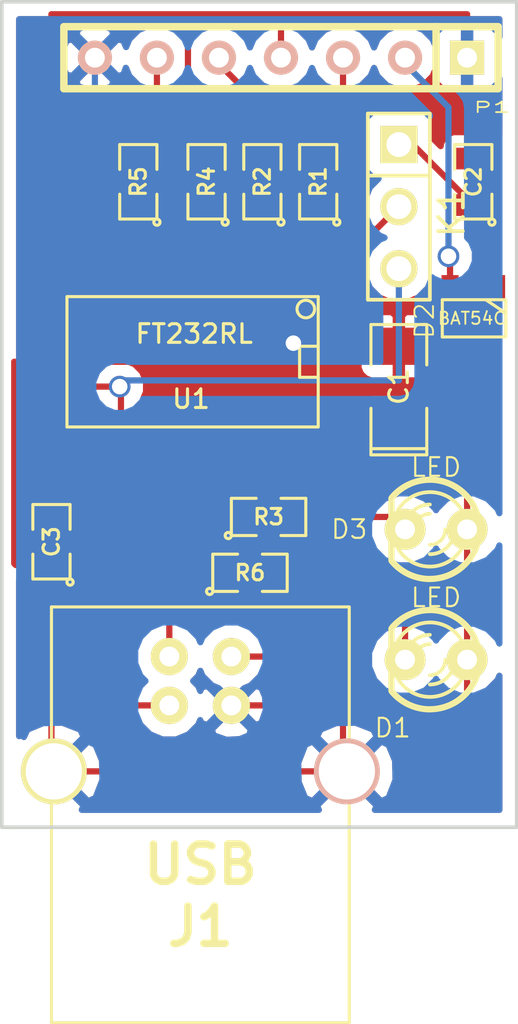
<source format=kicad_pcb>
(kicad_pcb (version 3) (host pcbnew "(2013-jul-14)-testing")

  (general
    (links 37)
    (no_connects 0)
    (area 197.536999 91.364999 218.843752 133.540501)
    (thickness 1.6)
    (drawings 7)
    (tracks 129)
    (zones 0)
    (modules 16)
    (nets 30)
  )

  (page A4)
  (layers
    (15 F.Cu signal)
    (0 B.Cu signal hide)
    (16 B.Adhes user)
    (17 F.Adhes user)
    (18 B.Paste user)
    (19 F.Paste user)
    (20 B.SilkS user)
    (21 F.SilkS user hide)
    (22 B.Mask user)
    (23 F.Mask user)
    (24 Dwgs.User user)
    (25 Cmts.User user)
    (26 Eco1.User user)
    (27 Eco2.User user)
    (28 Edge.Cuts user)
  )

  (setup
    (last_trace_width 0.254)
    (trace_clearance 0.254)
    (zone_clearance 0.508)
    (zone_45_only no)
    (trace_min 0.054)
    (segment_width 0.2)
    (edge_width 0.15)
    (via_size 0.889)
    (via_drill 0.635)
    (via_min_size 0.289)
    (via_min_drill 0.508)
    (uvia_size 0.508)
    (uvia_drill 0.127)
    (uvias_allowed no)
    (uvia_min_size 0.208)
    (uvia_min_drill 0.127)
    (pcb_text_width 0.3)
    (pcb_text_size 1.5 1.5)
    (mod_edge_width 0.15)
    (mod_text_size 1.5 1.5)
    (mod_text_width 0.15)
    (pad_size 1.4 1.4)
    (pad_drill 0.6)
    (pad_to_mask_clearance 0.2)
    (aux_axis_origin 0 0)
    (visible_elements FFFFFF7F)
    (pcbplotparams
      (layerselection 3178497)
      (usegerberextensions true)
      (excludeedgelayer true)
      (linewidth 0.150000)
      (plotframeref false)
      (viasonmask false)
      (mode 1)
      (useauxorigin false)
      (hpglpennumber 1)
      (hpglpenspeed 20)
      (hpglpendiameter 15)
      (hpglpenoverlay 2)
      (psnegative false)
      (psa4output false)
      (plotreference true)
      (plotvalue true)
      (plotothertext true)
      (plotinvisibletext false)
      (padsonsilk false)
      (subtractmaskfromsilk false)
      (outputformat 1)
      (mirror false)
      (drillshape 0)
      (scaleselection 1)
      (outputdirectory Plott/))
  )

  (net 0 "")
  (net 1 GND)
  (net 2 N-000001)
  (net 3 N-0000010)
  (net 4 N-0000011)
  (net 5 N-0000012)
  (net 6 N-0000013)
  (net 7 N-0000014)
  (net 8 N-0000015)
  (net 9 N-0000016)
  (net 10 N-0000017)
  (net 11 N-0000018)
  (net 12 N-0000019)
  (net 13 N-000002)
  (net 14 N-0000020)
  (net 15 N-0000021)
  (net 16 N-0000022)
  (net 17 N-0000023)
  (net 18 N-0000024)
  (net 19 N-0000025)
  (net 20 N-0000026)
  (net 21 N-0000027)
  (net 22 N-0000028)
  (net 23 N-0000029)
  (net 24 N-000004)
  (net 25 N-000005)
  (net 26 N-000006)
  (net 27 N-000007)
  (net 28 N-000008)
  (net 29 VCC)

  (net_class Default "Dies ist die voreingestellte Netzklasse."
    (clearance 0.254)
    (trace_width 0.254)
    (via_dia 0.889)
    (via_drill 0.635)
    (uvia_dia 0.508)
    (uvia_drill 0.127)
    (add_net "")
    (add_net GND)
    (add_net N-000001)
    (add_net N-0000010)
    (add_net N-0000011)
    (add_net N-0000012)
    (add_net N-0000013)
    (add_net N-0000014)
    (add_net N-0000015)
    (add_net N-0000016)
    (add_net N-0000017)
    (add_net N-0000018)
    (add_net N-0000019)
    (add_net N-000002)
    (add_net N-0000020)
    (add_net N-0000021)
    (add_net N-0000022)
    (add_net N-0000023)
    (add_net N-0000024)
    (add_net N-0000025)
    (add_net N-0000026)
    (add_net N-0000027)
    (add_net N-0000028)
    (add_net N-0000029)
    (add_net N-000004)
    (add_net N-000005)
    (add_net N-000006)
    (add_net N-000007)
    (add_net N-000008)
    (add_net VCC)
  )

  (module SM1206POL (layer F.Cu) (tedit 42806E4C) (tstamp 5273EED7)
    (at 213.868 107.188 90)
    (path /520A8BD7)
    (attr smd)
    (fp_text reference C1 (at 0 0 90) (layer F.SilkS)
      (effects (font (size 0.762 0.762) (thickness 0.127)))
    )
    (fp_text value 4.7µ (at 0 0 90) (layer F.SilkS) hide
      (effects (font (size 0.762 0.762) (thickness 0.127)))
    )
    (fp_line (start -2.54 -1.143) (end -2.794 -1.143) (layer F.SilkS) (width 0.127))
    (fp_line (start -2.794 -1.143) (end -2.794 1.143) (layer F.SilkS) (width 0.127))
    (fp_line (start -2.794 1.143) (end -2.54 1.143) (layer F.SilkS) (width 0.127))
    (fp_line (start -2.54 -1.143) (end -2.54 1.143) (layer F.SilkS) (width 0.127))
    (fp_line (start -2.54 1.143) (end -0.889 1.143) (layer F.SilkS) (width 0.127))
    (fp_line (start 0.889 -1.143) (end 2.54 -1.143) (layer F.SilkS) (width 0.127))
    (fp_line (start 2.54 -1.143) (end 2.54 1.143) (layer F.SilkS) (width 0.127))
    (fp_line (start 2.54 1.143) (end 0.889 1.143) (layer F.SilkS) (width 0.127))
    (fp_line (start -0.889 -1.143) (end -2.54 -1.143) (layer F.SilkS) (width 0.127))
    (pad 1 smd rect (at -1.651 0 90) (size 1.524 2.032)
      (layers F.Cu F.Paste F.Mask)
      (net 29 VCC)
    )
    (pad 2 smd rect (at 1.651 0 90) (size 1.524 2.032)
      (layers F.Cu F.Paste F.Mask)
      (net 1 GND)
    )
    (model smd/chip_cms_pol.wrl
      (at (xyz 0 0 0))
      (scale (xyz 0.17 0.16 0.16))
      (rotate (xyz 0 0 0))
    )
  )

  (module SM0805 (layer F.Cu) (tedit 42806E04) (tstamp 5273EEE4)
    (at 216.916 98.806 90)
    (path /520A8BCB)
    (attr smd)
    (fp_text reference C2 (at 0 0 90) (layer F.SilkS)
      (effects (font (size 0.635 0.635) (thickness 0.127)))
    )
    (fp_text value 100n (at 0 0 90) (layer F.SilkS) hide
      (effects (font (size 0.635 0.635) (thickness 0.127)))
    )
    (fp_circle (center -1.651 0.762) (end -1.651 0.635) (layer F.SilkS) (width 0.127))
    (fp_line (start -0.508 0.762) (end -1.524 0.762) (layer F.SilkS) (width 0.127))
    (fp_line (start -1.524 0.762) (end -1.524 -0.762) (layer F.SilkS) (width 0.127))
    (fp_line (start -1.524 -0.762) (end -0.508 -0.762) (layer F.SilkS) (width 0.127))
    (fp_line (start 0.508 -0.762) (end 1.524 -0.762) (layer F.SilkS) (width 0.127))
    (fp_line (start 1.524 -0.762) (end 1.524 0.762) (layer F.SilkS) (width 0.127))
    (fp_line (start 1.524 0.762) (end 0.508 0.762) (layer F.SilkS) (width 0.127))
    (pad 1 smd rect (at -0.9525 0 90) (size 0.889 1.397)
      (layers F.Cu F.Paste F.Mask)
      (net 29 VCC)
    )
    (pad 2 smd rect (at 0.9525 0 90) (size 0.889 1.397)
      (layers F.Cu F.Paste F.Mask)
      (net 1 GND)
    )
    (model smd/chip_cms.wrl
      (at (xyz 0 0 0))
      (scale (xyz 0.1 0.1 0.1))
      (rotate (xyz 0 0 0))
    )
  )

  (module SM0805 (layer F.Cu) (tedit 42806E04) (tstamp 5273EEF1)
    (at 199.644 113.538 90)
    (path /520A8BBE)
    (attr smd)
    (fp_text reference C3 (at 0 0 90) (layer F.SilkS)
      (effects (font (size 0.635 0.635) (thickness 0.127)))
    )
    (fp_text value 100n (at 0 0 90) (layer F.SilkS) hide
      (effects (font (size 0.635 0.635) (thickness 0.127)))
    )
    (fp_circle (center -1.651 0.762) (end -1.651 0.635) (layer F.SilkS) (width 0.127))
    (fp_line (start -0.508 0.762) (end -1.524 0.762) (layer F.SilkS) (width 0.127))
    (fp_line (start -1.524 0.762) (end -1.524 -0.762) (layer F.SilkS) (width 0.127))
    (fp_line (start -1.524 -0.762) (end -0.508 -0.762) (layer F.SilkS) (width 0.127))
    (fp_line (start 0.508 -0.762) (end 1.524 -0.762) (layer F.SilkS) (width 0.127))
    (fp_line (start 1.524 -0.762) (end 1.524 0.762) (layer F.SilkS) (width 0.127))
    (fp_line (start 1.524 0.762) (end 0.508 0.762) (layer F.SilkS) (width 0.127))
    (pad 1 smd rect (at -0.9525 0 90) (size 0.889 1.397)
      (layers F.Cu F.Paste F.Mask)
      (net 1 GND)
    )
    (pad 2 smd rect (at 0.9525 0 90) (size 0.889 1.397)
      (layers F.Cu F.Paste F.Mask)
      (net 2 N-000001)
    )
    (model smd/chip_cms.wrl
      (at (xyz 0 0 0))
      (scale (xyz 0.1 0.1 0.1))
      (rotate (xyz 0 0 0))
    )
  )

  (module LED-3MM (layer F.Cu) (tedit 49BFA23B) (tstamp 5273EF0A)
    (at 215.392 118.364 180)
    (descr "LED 3mm - Lead pitch 100mil (2,54mm)")
    (tags "LED led 3mm 3MM 100mil 2,54mm")
    (path /520A8BF8)
    (fp_text reference D1 (at 1.778 -2.794 180) (layer F.SilkS)
      (effects (font (size 0.762 0.762) (thickness 0.0889)))
    )
    (fp_text value LED (at 0 2.54 180) (layer F.SilkS)
      (effects (font (size 0.762 0.762) (thickness 0.0889)))
    )
    (fp_line (start 1.8288 1.27) (end 1.8288 -1.27) (layer F.SilkS) (width 0.254))
    (fp_arc (start 0.254 0) (end -1.27 0) (angle 39.8) (layer F.SilkS) (width 0.1524))
    (fp_arc (start 0.254 0) (end -0.88392 1.01092) (angle 41.6) (layer F.SilkS) (width 0.1524))
    (fp_arc (start 0.254 0) (end 1.4097 -0.9906) (angle 40.6) (layer F.SilkS) (width 0.1524))
    (fp_arc (start 0.254 0) (end 1.778 0) (angle 39.8) (layer F.SilkS) (width 0.1524))
    (fp_arc (start 0.254 0) (end 0.254 -1.524) (angle 54.4) (layer F.SilkS) (width 0.1524))
    (fp_arc (start 0.254 0) (end -0.9652 -0.9144) (angle 53.1) (layer F.SilkS) (width 0.1524))
    (fp_arc (start 0.254 0) (end 1.45542 0.93472) (angle 52.1) (layer F.SilkS) (width 0.1524))
    (fp_arc (start 0.254 0) (end 0.254 1.524) (angle 52.1) (layer F.SilkS) (width 0.1524))
    (fp_arc (start 0.254 0) (end -0.381 0) (angle 90) (layer F.SilkS) (width 0.1524))
    (fp_arc (start 0.254 0) (end -0.762 0) (angle 90) (layer F.SilkS) (width 0.1524))
    (fp_arc (start 0.254 0) (end 0.889 0) (angle 90) (layer F.SilkS) (width 0.1524))
    (fp_arc (start 0.254 0) (end 1.27 0) (angle 90) (layer F.SilkS) (width 0.1524))
    (fp_arc (start 0.254 0) (end 0.254 -2.032) (angle 50.1) (layer F.SilkS) (width 0.254))
    (fp_arc (start 0.254 0) (end -1.5367 -0.95504) (angle 61.9) (layer F.SilkS) (width 0.254))
    (fp_arc (start 0.254 0) (end 1.8034 1.31064) (angle 49.7) (layer F.SilkS) (width 0.254))
    (fp_arc (start 0.254 0) (end 0.254 2.032) (angle 60.2) (layer F.SilkS) (width 0.254))
    (fp_arc (start 0.254 0) (end -1.778 0) (angle 28.3) (layer F.SilkS) (width 0.254))
    (fp_arc (start 0.254 0) (end -1.47574 1.06426) (angle 31.6) (layer F.SilkS) (width 0.254))
    (pad 1 thru_hole circle (at -1.27 0 180) (size 1.6764 1.6764) (drill 0.8128)
      (layers *.Cu F.Paste F.SilkS F.Mask)
      (net 29 VCC)
    )
    (pad 2 thru_hole circle (at 1.27 0 180) (size 1.6764 1.6764) (drill 0.8128)
      (layers *.Cu F.Paste F.SilkS F.Mask)
      (net 11 N-0000018)
    )
    (model discret/leds/led3_vertical_verde.wrl
      (at (xyz 0 0 0))
      (scale (xyz 1 1 1))
      (rotate (xyz 0 0 0))
    )
  )

  (module SOT23 (layer F.Cu) (tedit 4ECF7895) (tstamp 5273EF16)
    (at 216.916 104.394 180)
    (tags SOT23)
    (path /520BA516)
    (fp_text reference D2 (at 1.99898 -0.09906 270) (layer F.SilkS)
      (effects (font (size 0.762 0.762) (thickness 0.0762)))
    )
    (fp_text value BAT54C (at 0.0635 0 180) (layer F.SilkS)
      (effects (font (size 0.50038 0.50038) (thickness 0.0762)))
    )
    (fp_line (start -0.508 0.762) (end -1.27 0.254) (layer F.SilkS) (width 0.127))
    (fp_line (start 1.27 0.762) (end -1.3335 0.762) (layer F.SilkS) (width 0.127))
    (fp_line (start -1.3335 0.762) (end -1.3335 -0.762) (layer F.SilkS) (width 0.127))
    (fp_line (start -1.3335 -0.762) (end 1.27 -0.762) (layer F.SilkS) (width 0.127))
    (fp_line (start 1.27 -0.762) (end 1.27 0.762) (layer F.SilkS) (width 0.127))
    (pad 3 smd rect (at 0 -1.27 180) (size 0.70104 1.00076)
      (layers F.Cu F.Paste F.Mask)
    )
    (pad 2 smd rect (at 0.9525 1.27 180) (size 0.70104 1.00076)
      (layers F.Cu F.Paste F.Mask)
      (net 3 N-0000010)
    )
    (pad 1 smd rect (at -0.9525 1.27 180) (size 0.70104 1.00076)
      (layers F.Cu F.Paste F.Mask)
      (net 29 VCC)
    )
    (model smd/SOT23_6.wrl
      (at (xyz 0 0 0))
      (scale (xyz 0.11 0.11 0.11))
      (rotate (xyz 0 0 -180))
    )
  )

  (module LED-3MM (layer F.Cu) (tedit 5273F6D2) (tstamp 5273EF2F)
    (at 215.392 113.03 180)
    (descr "LED 3mm - Lead pitch 100mil (2,54mm)")
    (tags "LED led 3mm 3MM 100mil 2,54mm")
    (path /520A8BEB)
    (fp_text reference D3 (at 3.556 0 180) (layer F.SilkS)
      (effects (font (size 0.762 0.762) (thickness 0.0889)))
    )
    (fp_text value LED (at 0 2.54 180) (layer F.SilkS)
      (effects (font (size 0.762 0.762) (thickness 0.0889)))
    )
    (fp_line (start 1.8288 1.27) (end 1.8288 -1.27) (layer F.SilkS) (width 0.254))
    (fp_arc (start 0.254 0) (end -1.27 0) (angle 39.8) (layer F.SilkS) (width 0.1524))
    (fp_arc (start 0.254 0) (end -0.88392 1.01092) (angle 41.6) (layer F.SilkS) (width 0.1524))
    (fp_arc (start 0.254 0) (end 1.4097 -0.9906) (angle 40.6) (layer F.SilkS) (width 0.1524))
    (fp_arc (start 0.254 0) (end 1.778 0) (angle 39.8) (layer F.SilkS) (width 0.1524))
    (fp_arc (start 0.254 0) (end 0.254 -1.524) (angle 54.4) (layer F.SilkS) (width 0.1524))
    (fp_arc (start 0.254 0) (end -0.9652 -0.9144) (angle 53.1) (layer F.SilkS) (width 0.1524))
    (fp_arc (start 0.254 0) (end 1.45542 0.93472) (angle 52.1) (layer F.SilkS) (width 0.1524))
    (fp_arc (start 0.254 0) (end 0.254 1.524) (angle 52.1) (layer F.SilkS) (width 0.1524))
    (fp_arc (start 0.254 0) (end -0.381 0) (angle 90) (layer F.SilkS) (width 0.1524))
    (fp_arc (start 0.254 0) (end -0.762 0) (angle 90) (layer F.SilkS) (width 0.1524))
    (fp_arc (start 0.254 0) (end 0.889 0) (angle 90) (layer F.SilkS) (width 0.1524))
    (fp_arc (start 0.254 0) (end 1.27 0) (angle 90) (layer F.SilkS) (width 0.1524))
    (fp_arc (start 0.254 0) (end 0.254 -2.032) (angle 50.1) (layer F.SilkS) (width 0.254))
    (fp_arc (start 0.254 0) (end -1.5367 -0.95504) (angle 61.9) (layer F.SilkS) (width 0.254))
    (fp_arc (start 0.254 0) (end 1.8034 1.31064) (angle 49.7) (layer F.SilkS) (width 0.254))
    (fp_arc (start 0.254 0) (end 0.254 2.032) (angle 60.2) (layer F.SilkS) (width 0.254))
    (fp_arc (start 0.254 0) (end -1.778 0) (angle 28.3) (layer F.SilkS) (width 0.254))
    (fp_arc (start 0.254 0) (end -1.47574 1.06426) (angle 31.6) (layer F.SilkS) (width 0.254))
    (pad 1 thru_hole circle (at -1.27 0 180) (size 1.6764 1.6764) (drill 0.8128)
      (layers *.Cu F.Paste F.SilkS F.Mask)
      (net 29 VCC)
    )
    (pad 2 thru_hole circle (at 1.27 0 180) (size 1.6764 1.6764) (drill 0.8128)
      (layers *.Cu F.Paste F.SilkS F.Mask)
      (net 4 N-0000011)
    )
    (model discret/leds/led3_vertical_verde.wrl
      (at (xyz 0 0 0))
      (scale (xyz 1 1 1))
      (rotate (xyz 0 0 0))
    )
  )

  (module USB_B (layer F.Cu) (tedit 5273F6DC) (tstamp 5273EF3D)
    (at 205.74 122.936)
    (tags USB)
    (path /520A8B1F)
    (fp_text reference J1 (at 0 6.35) (layer F.SilkS)
      (effects (font (thickness 0.3048)))
    )
    (fp_text value USB (at 0 3.81) (layer F.SilkS)
      (effects (font (thickness 0.3048)))
    )
    (fp_line (start -6.096 10.287) (end 6.096 10.287) (layer F.SilkS) (width 0.127))
    (fp_line (start 6.096 10.287) (end 6.096 -6.731) (layer F.SilkS) (width 0.127))
    (fp_line (start 6.096 -6.731) (end -6.096 -6.731) (layer F.SilkS) (width 0.127))
    (fp_line (start -6.096 -6.731) (end -6.096 10.287) (layer F.SilkS) (width 0.127))
    (pad 1 thru_hole circle (at 1.27 -4.699) (size 1.524 1.524) (drill 0.8128)
      (layers *.Cu *.Mask F.SilkS)
      (net 29 VCC)
    )
    (pad 2 thru_hole circle (at -1.27 -4.699) (size 1.524 1.524) (drill 0.8128)
      (layers *.Cu *.Mask F.SilkS)
      (net 26 N-000006)
    )
    (pad 3 thru_hole circle (at -1.27 -2.70002) (size 1.524 1.524) (drill 0.8128)
      (layers *.Cu *.Mask F.SilkS)
      (net 28 N-000008)
    )
    (pad 4 thru_hole circle (at 1.27 -2.70002) (size 1.524 1.524) (drill 0.8128)
      (layers *.Cu *.Mask F.SilkS)
      (net 1 GND)
    )
    (pad 5 np_thru_hole circle (at 5.99948 0) (size 2.70002 2.70002) (drill 2.30124)
      (layers *.Cu *.SilkS *.Mask)
      (net 1 GND)
    )
    (pad 6 thru_hole circle (at -5.99948 0) (size 2.70002 2.70002) (drill 2.30124)
      (layers *.Cu *.Mask F.SilkS)
      (net 1 GND)
    )
    (model connectors/USB_type_B.wrl
      (at (xyz 0 0 0.001))
      (scale (xyz 0.3937 0.3937 0.3937))
      (rotate (xyz 0 0 0))
    )
  )

  (module PIN_ARRAY_3X1 (layer F.Cu) (tedit 4C1130E0) (tstamp 5273EF49)
    (at 213.868 99.822 270)
    (descr "Connecteur 3 pins")
    (tags "CONN DEV")
    (path /520A8B73)
    (fp_text reference K1 (at 0.254 -2.159 270) (layer F.SilkS)
      (effects (font (size 1.016 1.016) (thickness 0.1524)))
    )
    (fp_text value CONN_3 (at 0 -2.159 270) (layer F.SilkS) hide
      (effects (font (size 1.016 1.016) (thickness 0.1524)))
    )
    (fp_line (start -3.81 1.27) (end -3.81 -1.27) (layer F.SilkS) (width 0.1524))
    (fp_line (start -3.81 -1.27) (end 3.81 -1.27) (layer F.SilkS) (width 0.1524))
    (fp_line (start 3.81 -1.27) (end 3.81 1.27) (layer F.SilkS) (width 0.1524))
    (fp_line (start 3.81 1.27) (end -3.81 1.27) (layer F.SilkS) (width 0.1524))
    (fp_line (start -1.27 -1.27) (end -1.27 1.27) (layer F.SilkS) (width 0.1524))
    (pad 1 thru_hole rect (at -2.54 0 270) (size 1.524 1.524) (drill 1.016)
      (layers *.Cu *.Mask F.SilkS)
      (net 29 VCC)
    )
    (pad 2 thru_hole circle (at 0 0 270) (size 1.524 1.524) (drill 1.016)
      (layers *.Cu *.Mask F.SilkS)
      (net 13 N-000002)
    )
    (pad 3 thru_hole circle (at 2.54 0 270) (size 1.524 1.524) (drill 1.016)
      (layers *.Cu *.Mask F.SilkS)
      (net 2 N-000001)
    )
    (model pin_array/pins_array_3x1.wrl
      (at (xyz 0 0 0))
      (scale (xyz 1 1 1))
      (rotate (xyz 0 0 0))
    )
  )

  (module SIL-7 (layer F.Cu) (tedit 527541BF) (tstamp 5273EF5B)
    (at 209.042 93.726 180)
    (descr "Connecteur 7 pins")
    (tags "CONN DEV")
    (path /520A8B82)
    (fp_text reference P1 (at -8.636 -2.032 180) (layer F.SilkS)
      (effects (font (size 0.42974 0.78712) (thickness 0.07435)))
    )
    (fp_text value CONN_7 (at 0 -2.54 180) (layer F.SilkS) hide
      (effects (font (size 1.524 1.016) (thickness 0.3048)))
    )
    (fp_line (start -8.89 -1.27) (end -8.89 -1.27) (layer F.SilkS) (width 0.3048))
    (fp_line (start -8.89 -1.27) (end 8.89 -1.27) (layer F.SilkS) (width 0.3048))
    (fp_line (start 8.89 -1.27) (end 8.89 1.27) (layer F.SilkS) (width 0.3048))
    (fp_line (start 8.89 1.27) (end -8.89 1.27) (layer F.SilkS) (width 0.3048))
    (fp_line (start -8.89 1.27) (end -8.89 -1.27) (layer F.SilkS) (width 0.3048))
    (fp_line (start -6.35 1.27) (end -6.35 1.27) (layer F.SilkS) (width 0.3048))
    (fp_line (start -6.35 1.27) (end -6.35 -1.27) (layer F.SilkS) (width 0.3048))
    (pad 1 thru_hole rect (at -7.62 0 180) (size 1.397 1.397) (drill 0.8128)
      (layers *.Cu *.Mask F.SilkS)
      (net 1 GND)
    )
    (pad 2 thru_hole circle (at -5.08 0 180) (size 1.397 1.397) (drill 0.8128)
      (layers *.Cu *.SilkS *.Mask)
      (net 3 N-0000010)
    )
    (pad 3 thru_hole circle (at -2.54 0 180) (size 1.397 1.397) (drill 0.8128)
      (layers *.Cu *.SilkS *.Mask)
      (net 25 N-000005)
    )
    (pad 4 thru_hole circle (at 0 0 180) (size 1.397 1.397) (drill 0.8128)
      (layers *.Cu *.SilkS *.Mask)
      (net 5 N-0000012)
    )
    (pad 5 thru_hole circle (at 2.54 0 180) (size 1.397 1.397) (drill 0.8128)
      (layers *.Cu *.SilkS *.Mask)
      (net 7 N-0000014)
    )
    (pad 6 thru_hole circle (at 5.08 0 180) (size 1.397 1.397) (drill 0.8128)
      (layers *.Cu *.SilkS *.Mask)
      (net 9 N-0000016)
    )
    (pad 7 thru_hole circle (at 7.62 0 180) (size 1.397 1.397) (drill 0.8128)
      (layers *.Cu *.SilkS *.Mask)
      (net 1 GND)
    )
  )

  (module SM0805 (layer F.Cu) (tedit 42806E04) (tstamp 5273EF68)
    (at 210.566 98.806 90)
    (path /520A8B91)
    (attr smd)
    (fp_text reference R1 (at 0 0 90) (layer F.SilkS)
      (effects (font (size 0.635 0.635) (thickness 0.127)))
    )
    (fp_text value 330 (at 0 0 90) (layer F.SilkS) hide
      (effects (font (size 0.635 0.635) (thickness 0.127)))
    )
    (fp_circle (center -1.651 0.762) (end -1.651 0.635) (layer F.SilkS) (width 0.127))
    (fp_line (start -0.508 0.762) (end -1.524 0.762) (layer F.SilkS) (width 0.127))
    (fp_line (start -1.524 0.762) (end -1.524 -0.762) (layer F.SilkS) (width 0.127))
    (fp_line (start -1.524 -0.762) (end -0.508 -0.762) (layer F.SilkS) (width 0.127))
    (fp_line (start 0.508 -0.762) (end 1.524 -0.762) (layer F.SilkS) (width 0.127))
    (fp_line (start 1.524 -0.762) (end 1.524 0.762) (layer F.SilkS) (width 0.127))
    (fp_line (start 1.524 0.762) (end 0.508 0.762) (layer F.SilkS) (width 0.127))
    (pad 1 smd rect (at -0.9525 0 90) (size 0.889 1.397)
      (layers F.Cu F.Paste F.Mask)
      (net 24 N-000004)
    )
    (pad 2 smd rect (at 0.9525 0 90) (size 0.889 1.397)
      (layers F.Cu F.Paste F.Mask)
      (net 25 N-000005)
    )
    (model smd/chip_cms.wrl
      (at (xyz 0 0 0))
      (scale (xyz 0.1 0.1 0.1))
      (rotate (xyz 0 0 0))
    )
  )

  (module SM0805 (layer F.Cu) (tedit 42806E04) (tstamp 5273EF75)
    (at 208.28 98.806 90)
    (path /520A8BA4)
    (attr smd)
    (fp_text reference R2 (at 0 0 90) (layer F.SilkS)
      (effects (font (size 0.635 0.635) (thickness 0.127)))
    )
    (fp_text value 330 (at 0 0 90) (layer F.SilkS) hide
      (effects (font (size 0.635 0.635) (thickness 0.127)))
    )
    (fp_circle (center -1.651 0.762) (end -1.651 0.635) (layer F.SilkS) (width 0.127))
    (fp_line (start -0.508 0.762) (end -1.524 0.762) (layer F.SilkS) (width 0.127))
    (fp_line (start -1.524 0.762) (end -1.524 -0.762) (layer F.SilkS) (width 0.127))
    (fp_line (start -1.524 -0.762) (end -0.508 -0.762) (layer F.SilkS) (width 0.127))
    (fp_line (start 0.508 -0.762) (end 1.524 -0.762) (layer F.SilkS) (width 0.127))
    (fp_line (start 1.524 -0.762) (end 1.524 0.762) (layer F.SilkS) (width 0.127))
    (fp_line (start 1.524 0.762) (end 0.508 0.762) (layer F.SilkS) (width 0.127))
    (pad 1 smd rect (at -0.9525 0 90) (size 0.889 1.397)
      (layers F.Cu F.Paste F.Mask)
      (net 6 N-0000013)
    )
    (pad 2 smd rect (at 0.9525 0 90) (size 0.889 1.397)
      (layers F.Cu F.Paste F.Mask)
      (net 7 N-0000014)
    )
    (model smd/chip_cms.wrl
      (at (xyz 0 0 0))
      (scale (xyz 0.1 0.1 0.1))
      (rotate (xyz 0 0 0))
    )
  )

  (module SM0805 (layer F.Cu) (tedit 42806E04) (tstamp 5273EF82)
    (at 208.534 112.522)
    (path /520A8BB0)
    (attr smd)
    (fp_text reference R3 (at 0 0) (layer F.SilkS)
      (effects (font (size 0.635 0.635) (thickness 0.127)))
    )
    (fp_text value 1k (at 0 0) (layer F.SilkS) hide
      (effects (font (size 0.635 0.635) (thickness 0.127)))
    )
    (fp_circle (center -1.651 0.762) (end -1.651 0.635) (layer F.SilkS) (width 0.127))
    (fp_line (start -0.508 0.762) (end -1.524 0.762) (layer F.SilkS) (width 0.127))
    (fp_line (start -1.524 0.762) (end -1.524 -0.762) (layer F.SilkS) (width 0.127))
    (fp_line (start -1.524 -0.762) (end -0.508 -0.762) (layer F.SilkS) (width 0.127))
    (fp_line (start 0.508 -0.762) (end 1.524 -0.762) (layer F.SilkS) (width 0.127))
    (fp_line (start 1.524 -0.762) (end 1.524 0.762) (layer F.SilkS) (width 0.127))
    (fp_line (start 1.524 0.762) (end 0.508 0.762) (layer F.SilkS) (width 0.127))
    (pad 1 smd rect (at -0.9525 0) (size 0.889 1.397)
      (layers F.Cu F.Paste F.Mask)
      (net 12 N-0000019)
    )
    (pad 2 smd rect (at 0.9525 0) (size 0.889 1.397)
      (layers F.Cu F.Paste F.Mask)
      (net 4 N-0000011)
    )
    (model smd/chip_cms.wrl
      (at (xyz 0 0 0))
      (scale (xyz 0.1 0.1 0.1))
      (rotate (xyz 0 0 0))
    )
  )

  (module SM0805 (layer F.Cu) (tedit 42806E04) (tstamp 5273EF8F)
    (at 205.994 98.806 90)
    (path /520A8B9E)
    (attr smd)
    (fp_text reference R4 (at 0 0 90) (layer F.SilkS)
      (effects (font (size 0.635 0.635) (thickness 0.127)))
    )
    (fp_text value 330 (at 0 0 90) (layer F.SilkS) hide
      (effects (font (size 0.635 0.635) (thickness 0.127)))
    )
    (fp_circle (center -1.651 0.762) (end -1.651 0.635) (layer F.SilkS) (width 0.127))
    (fp_line (start -0.508 0.762) (end -1.524 0.762) (layer F.SilkS) (width 0.127))
    (fp_line (start -1.524 0.762) (end -1.524 -0.762) (layer F.SilkS) (width 0.127))
    (fp_line (start -1.524 -0.762) (end -0.508 -0.762) (layer F.SilkS) (width 0.127))
    (fp_line (start 0.508 -0.762) (end 1.524 -0.762) (layer F.SilkS) (width 0.127))
    (fp_line (start 1.524 -0.762) (end 1.524 0.762) (layer F.SilkS) (width 0.127))
    (fp_line (start 1.524 0.762) (end 0.508 0.762) (layer F.SilkS) (width 0.127))
    (pad 1 smd rect (at -0.9525 0 90) (size 0.889 1.397)
      (layers F.Cu F.Paste F.Mask)
      (net 27 N-000007)
    )
    (pad 2 smd rect (at 0.9525 0 90) (size 0.889 1.397)
      (layers F.Cu F.Paste F.Mask)
      (net 5 N-0000012)
    )
    (model smd/chip_cms.wrl
      (at (xyz 0 0 0))
      (scale (xyz 0.1 0.1 0.1))
      (rotate (xyz 0 0 0))
    )
  )

  (module SM0805 (layer F.Cu) (tedit 42806E04) (tstamp 5273EF9C)
    (at 203.2 98.806 90)
    (path /520A8BAA)
    (attr smd)
    (fp_text reference R5 (at 0 0 90) (layer F.SilkS)
      (effects (font (size 0.635 0.635) (thickness 0.127)))
    )
    (fp_text value 330 (at 0 0 90) (layer F.SilkS) hide
      (effects (font (size 0.635 0.635) (thickness 0.127)))
    )
    (fp_circle (center -1.651 0.762) (end -1.651 0.635) (layer F.SilkS) (width 0.127))
    (fp_line (start -0.508 0.762) (end -1.524 0.762) (layer F.SilkS) (width 0.127))
    (fp_line (start -1.524 0.762) (end -1.524 -0.762) (layer F.SilkS) (width 0.127))
    (fp_line (start -1.524 -0.762) (end -0.508 -0.762) (layer F.SilkS) (width 0.127))
    (fp_line (start 0.508 -0.762) (end 1.524 -0.762) (layer F.SilkS) (width 0.127))
    (fp_line (start 1.524 -0.762) (end 1.524 0.762) (layer F.SilkS) (width 0.127))
    (fp_line (start 1.524 0.762) (end 0.508 0.762) (layer F.SilkS) (width 0.127))
    (pad 1 smd rect (at -0.9525 0 90) (size 0.889 1.397)
      (layers F.Cu F.Paste F.Mask)
      (net 8 N-0000015)
    )
    (pad 2 smd rect (at 0.9525 0 90) (size 0.889 1.397)
      (layers F.Cu F.Paste F.Mask)
      (net 9 N-0000016)
    )
    (model smd/chip_cms.wrl
      (at (xyz 0 0 0))
      (scale (xyz 0.1 0.1 0.1))
      (rotate (xyz 0 0 0))
    )
  )

  (module SM0805 (layer F.Cu) (tedit 42806E04) (tstamp 5273EFA9)
    (at 207.772 114.808)
    (path /520A8BB6)
    (attr smd)
    (fp_text reference R6 (at 0 0) (layer F.SilkS)
      (effects (font (size 0.635 0.635) (thickness 0.127)))
    )
    (fp_text value 1k (at 0 0) (layer F.SilkS) hide
      (effects (font (size 0.635 0.635) (thickness 0.127)))
    )
    (fp_circle (center -1.651 0.762) (end -1.651 0.635) (layer F.SilkS) (width 0.127))
    (fp_line (start -0.508 0.762) (end -1.524 0.762) (layer F.SilkS) (width 0.127))
    (fp_line (start -1.524 0.762) (end -1.524 -0.762) (layer F.SilkS) (width 0.127))
    (fp_line (start -1.524 -0.762) (end -0.508 -0.762) (layer F.SilkS) (width 0.127))
    (fp_line (start 0.508 -0.762) (end 1.524 -0.762) (layer F.SilkS) (width 0.127))
    (fp_line (start 1.524 -0.762) (end 1.524 0.762) (layer F.SilkS) (width 0.127))
    (fp_line (start 1.524 0.762) (end 0.508 0.762) (layer F.SilkS) (width 0.127))
    (pad 1 smd rect (at -0.9525 0) (size 0.889 1.397)
      (layers F.Cu F.Paste F.Mask)
      (net 10 N-0000017)
    )
    (pad 2 smd rect (at 0.9525 0) (size 0.889 1.397)
      (layers F.Cu F.Paste F.Mask)
      (net 11 N-0000018)
    )
    (model smd/chip_cms.wrl
      (at (xyz 0 0 0))
      (scale (xyz 0.1 0.1 0.1))
      (rotate (xyz 0 0 0))
    )
  )

  (module SSOP28 (layer F.Cu) (tedit 3D81AA31) (tstamp 5273EFD1)
    (at 205.486 106.172 180)
    (descr "SSOP 28 pins")
    (tags "CMS SSOP SMD")
    (path /520A8B0E)
    (attr smd)
    (fp_text reference U1 (at 0.127 -1.524 180) (layer F.SilkS)
      (effects (font (size 0.762 0.762) (thickness 0.127)))
    )
    (fp_text value FT232RL (at 0 1.143 180) (layer F.SilkS)
      (effects (font (size 0.762 0.762) (thickness 0.127)))
    )
    (fp_circle (center -4.572 2.159) (end -4.826 1.905) (layer F.SilkS) (width 0.127))
    (fp_line (start -5.08 -0.635) (end -4.318 -0.635) (layer F.SilkS) (width 0.127))
    (fp_line (start -4.318 -0.635) (end -4.318 0.635) (layer F.SilkS) (width 0.127))
    (fp_line (start -4.318 0.635) (end -5.08 0.635) (layer F.SilkS) (width 0.127))
    (fp_line (start 5.207 2.667) (end -5.08 2.667) (layer F.SilkS) (width 0.127))
    (fp_line (start -5.08 -2.667) (end 5.207 -2.667) (layer F.SilkS) (width 0.127))
    (fp_line (start -5.08 -2.667) (end -5.08 2.667) (layer F.SilkS) (width 0.127))
    (fp_line (start 5.207 -2.667) (end 5.207 2.667) (layer F.SilkS) (width 0.127))
    (pad 1 smd rect (at -4.191 3.556 180) (size 0.4064 1.27)
      (layers F.Cu F.Paste F.Mask)
      (net 24 N-000004)
    )
    (pad 2 smd rect (at -3.556 3.556 180) (size 0.4064 1.27)
      (layers F.Cu F.Paste F.Mask)
      (net 16 N-0000022)
    )
    (pad 3 smd rect (at -2.8956 3.556 180) (size 0.4064 1.27)
      (layers F.Cu F.Paste F.Mask)
      (net 6 N-0000013)
    )
    (pad 4 smd rect (at -2.2352 3.556 180) (size 0.4064 1.27)
      (layers F.Cu F.Paste F.Mask)
      (net 13 N-000002)
    )
    (pad 5 smd rect (at -1.6002 3.556 180) (size 0.4064 1.27)
      (layers F.Cu F.Paste F.Mask)
      (net 27 N-000007)
    )
    (pad 6 smd rect (at -0.9398 3.556 180) (size 0.4064 1.27)
      (layers F.Cu F.Paste F.Mask)
      (net 17 N-0000023)
    )
    (pad 7 smd rect (at -0.2794 3.556 180) (size 0.4064 1.27)
      (layers F.Cu F.Paste F.Mask)
      (net 1 GND)
    )
    (pad 8 smd rect (at 0.3556 3.556 180) (size 0.4064 1.27)
      (layers F.Cu F.Paste F.Mask)
    )
    (pad 9 smd rect (at 1.016 3.556 180) (size 0.4064 1.27)
      (layers F.Cu F.Paste F.Mask)
      (net 18 N-0000024)
    )
    (pad 10 smd rect (at 1.651 3.556 180) (size 0.4064 1.27)
      (layers F.Cu F.Paste F.Mask)
      (net 19 N-0000025)
    )
    (pad 11 smd rect (at 2.3114 3.556 180) (size 0.4064 1.27)
      (layers F.Cu F.Paste F.Mask)
      (net 8 N-0000015)
    )
    (pad 12 smd rect (at 2.9718 3.556 180) (size 0.4064 1.27)
      (layers F.Cu F.Paste F.Mask)
      (net 21 N-0000027)
    )
    (pad 13 smd rect (at 3.6068 3.556 180) (size 0.4064 1.27)
      (layers F.Cu F.Paste F.Mask)
      (net 22 N-0000028)
    )
    (pad 14 smd rect (at 4.2672 3.556 180) (size 0.4064 1.27)
      (layers F.Cu F.Paste F.Mask)
      (net 23 N-0000029)
    )
    (pad 15 smd rect (at 4.2672 -3.556 180) (size 0.4064 1.27)
      (layers F.Cu F.Paste F.Mask)
      (net 28 N-000008)
    )
    (pad 16 smd rect (at 3.6068 -3.556 180) (size 0.4064 1.27)
      (layers F.Cu F.Paste F.Mask)
      (net 26 N-000006)
    )
    (pad 17 smd rect (at 2.9972 -3.556 180) (size 0.4064 1.27)
      (layers F.Cu F.Paste F.Mask)
      (net 2 N-000001)
    )
    (pad 18 smd rect (at 2.3114 -3.556 180) (size 0.4064 1.27)
      (layers F.Cu F.Paste F.Mask)
      (net 1 GND)
    )
    (pad 19 smd rect (at 1.651 -3.556 180) (size 0.4064 1.27)
      (layers F.Cu F.Paste F.Mask)
      (net 15 N-0000021)
    )
    (pad 20 smd rect (at 1.016 -3.556 180) (size 0.4064 1.27)
      (layers F.Cu F.Paste F.Mask)
      (net 20 N-0000026)
    )
    (pad 21 smd rect (at 0.3556 -3.556 180) (size 0.4064 1.27)
      (layers F.Cu F.Paste F.Mask)
      (net 1 GND)
    )
    (pad 22 smd rect (at -0.2794 -3.556 180) (size 0.4064 1.27)
      (layers F.Cu F.Paste F.Mask)
      (net 10 N-0000017)
    )
    (pad 23 smd rect (at -0.9398 -3.556 180) (size 0.4064 1.27)
      (layers F.Cu F.Paste F.Mask)
      (net 12 N-0000019)
    )
    (pad 24 smd rect (at -1.6002 -3.556 180) (size 0.4064 1.27)
      (layers F.Cu F.Paste F.Mask)
    )
    (pad 25 smd rect (at -2.2352 -3.556 180) (size 0.4064 1.27)
      (layers F.Cu F.Paste F.Mask)
      (net 1 GND)
    )
    (pad 26 smd rect (at -2.8956 -3.556 180) (size 0.4064 1.27)
      (layers F.Cu F.Paste F.Mask)
      (net 1 GND)
    )
    (pad 27 smd rect (at -3.556 -3.556 180) (size 0.4064 1.27)
      (layers F.Cu F.Paste F.Mask)
      (net 14 N-0000020)
    )
    (pad 28 smd rect (at -4.191 -3.556 180) (size 0.4064 1.27)
      (layers F.Cu F.Paste F.Mask)
      (net 1 GND)
    )
    (model smd/cms_soj28.wrl
      (at (xyz 0 0 0))
      (scale (xyz 0.256 0.5 0.25))
      (rotate (xyz 0 0 0))
    )
  )

  (gr_line (start 197.612 91.44) (end 198.12 91.44) (angle 90) (layer Edge.Cuts) (width 0.15))
  (gr_line (start 197.612 125.222) (end 198.12 125.222) (angle 90) (layer Edge.Cuts) (width 0.15))
  (gr_line (start 198.12 91.44) (end 199.136 91.44) (angle 90) (layer Edge.Cuts) (width 0.15))
  (gr_line (start 197.612 125.222) (end 197.612 91.44) (angle 90) (layer Edge.Cuts) (width 0.15))
  (gr_line (start 218.694 125.222) (end 198.12 125.222) (angle 90) (layer Edge.Cuts) (width 0.15))
  (gr_line (start 218.694 91.44) (end 218.694 125.222) (angle 90) (layer Edge.Cuts) (width 0.15))
  (gr_line (start 199.136 91.44) (end 218.694 91.44) (angle 90) (layer Edge.Cuts) (width 0.15))

  (segment (start 209.677 108.204) (end 208.28 108.204) (width 0.254) (layer F.Cu) (net 1))
  (segment (start 199.644 114.4905) (end 198.1835 114.4905) (width 0.254) (layer F.Cu) (net 1))
  (segment (start 198.12 106.172) (end 205.7654 106.172) (width 0.254) (layer F.Cu) (net 1) (tstamp 52764DCE))
  (segment (start 198.12 114.427) (end 198.12 106.172) (width 0.254) (layer F.Cu) (net 1) (tstamp 52764DCD))
  (segment (start 198.1835 114.4905) (end 198.12 114.427) (width 0.254) (layer F.Cu) (net 1) (tstamp 52764DCC))
  (segment (start 205.7654 106.172) (end 205.74 106.172) (width 0.254) (layer F.Cu) (net 1) (tstamp 52764DCF))
  (segment (start 205.74 106.172) (end 205.7654 106.172) (width 0.254) (layer F.Cu) (net 1) (tstamp 52764DD1))
  (segment (start 216.662 93.726) (end 216.662 91.948) (width 0.254) (layer F.Cu) (net 1))
  (segment (start 199.644 104.14) (end 205.7654 104.14) (width 0.254) (layer F.Cu) (net 1) (tstamp 52753F47))
  (segment (start 199.644 92.202) (end 199.644 104.14) (width 0.254) (layer F.Cu) (net 1) (tstamp 52753F36))
  (segment (start 199.644 91.948) (end 199.644 92.202) (width 0.254) (layer F.Cu) (net 1) (tstamp 52753F29))
  (segment (start 216.662 91.948) (end 199.644 91.948) (width 0.254) (layer F.Cu) (net 1) (tstamp 52753F1E))
  (segment (start 205.7654 104.14) (end 205.74 104.14) (width 0.254) (layer F.Cu) (net 1) (tstamp 52753F49))
  (segment (start 205.74 104.14) (end 205.7654 104.14) (width 0.254) (layer F.Cu) (net 1) (tstamp 52753F4F))
  (segment (start 205.7654 102.616) (end 205.7654 104.14) (width 0.254) (layer F.Cu) (net 1))
  (segment (start 205.7654 104.14) (end 205.7654 106.172) (width 0.254) (layer F.Cu) (net 1) (tstamp 52753F50))
  (segment (start 205.7654 106.172) (end 205.7654 107.6706) (width 0.254) (layer F.Cu) (net 1) (tstamp 52764DD2))
  (segment (start 205.1304 108.3056) (end 205.1304 108.204) (width 0.254) (layer F.Cu) (net 1) (tstamp 52753F0B))
  (segment (start 205.7654 107.6706) (end 205.1304 108.3056) (width 0.254) (layer F.Cu) (net 1) (tstamp 52753F07))
  (segment (start 216.662 93.726) (end 216.662 97.5995) (width 0.254) (layer F.Cu) (net 1))
  (segment (start 216.662 97.5995) (end 216.916 97.8535) (width 0.254) (layer F.Cu) (net 1) (tstamp 52753DD8))
  (segment (start 205.1304 109.728) (end 205.1304 108.204) (width 0.254) (layer F.Cu) (net 1))
  (segment (start 205.1304 108.204) (end 205.232 108.204) (width 0.254) (layer F.Cu) (net 1) (tstamp 52753C16))
  (segment (start 207.7212 109.728) (end 207.7212 108.204) (width 0.254) (layer F.Cu) (net 1))
  (segment (start 207.7212 108.204) (end 207.772 108.204) (width 0.254) (layer F.Cu) (net 1) (tstamp 52753C0F))
  (segment (start 203.1746 109.728) (end 203.1746 108.2294) (width 0.254) (layer F.Cu) (net 1))
  (segment (start 208.3816 108.3564) (end 208.3816 109.728) (width 0.254) (layer F.Cu) (net 1) (tstamp 52753C06))
  (segment (start 208.28 108.204) (end 208.3816 108.3564) (width 0.254) (layer F.Cu) (net 1) (tstamp 52753C03))
  (segment (start 203.2 108.204) (end 205.232 108.204) (width 0.254) (layer F.Cu) (net 1) (tstamp 52753BFD))
  (segment (start 205.232 108.204) (end 207.772 108.204) (width 0.254) (layer F.Cu) (net 1) (tstamp 52753C19))
  (segment (start 207.772 108.204) (end 208.28 108.204) (width 0.254) (layer F.Cu) (net 1) (tstamp 52753C14))
  (segment (start 203.1746 108.2294) (end 203.2 108.204) (width 0.254) (layer F.Cu) (net 1) (tstamp 52753BFB))
  (segment (start 208.3816 109.728) (end 208.3816 110.8456) (width 0.254) (layer F.Cu) (net 1))
  (segment (start 211.709 105.537) (end 213.868 105.537) (width 0.254) (layer F.Cu) (net 1) (tstamp 5275389E))
  (segment (start 211.582 105.664) (end 211.709 105.537) (width 0.254) (layer F.Cu) (net 1) (tstamp 5275389C))
  (segment (start 211.582 110.744) (end 211.582 105.664) (width 0.254) (layer F.Cu) (net 1) (tstamp 52753894))
  (segment (start 211.328 110.998) (end 211.582 110.744) (width 0.254) (layer F.Cu) (net 1) (tstamp 52753892))
  (segment (start 208.534 110.998) (end 211.328 110.998) (width 0.254) (layer F.Cu) (net 1) (tstamp 52753887))
  (segment (start 208.3816 110.8456) (end 208.534 110.998) (width 0.254) (layer F.Cu) (net 1) (tstamp 52753886))
  (segment (start 199.644 114.4905) (end 199.644 122.83948) (width 0.254) (layer F.Cu) (net 1))
  (segment (start 199.644 122.83948) (end 199.74052 122.936) (width 0.254) (layer F.Cu) (net 1) (tstamp 527542E3))
  (segment (start 199.74052 122.936) (end 211.73948 122.936) (width 0.254) (layer F.Cu) (net 1) (tstamp 527537D5))
  (segment (start 211.73948 122.936) (end 211.582 122.77852) (width 0.254) (layer F.Cu) (net 1) (tstamp 527537D8))
  (segment (start 211.582 122.77852) (end 211.582 120.396) (width 0.254) (layer F.Cu) (net 1) (tstamp 527537DB))
  (segment (start 211.582 120.396) (end 211.48802 120.23598) (width 0.254) (layer F.Cu) (net 1) (tstamp 527537E1))
  (segment (start 211.48802 120.23598) (end 207.01 120.23598) (width 0.254) (layer F.Cu) (net 1) (tstamp 527537E2))
  (segment (start 201.422 93.726) (end 201.422 105.41) (width 0.254) (layer B.Cu) (net 1))
  (segment (start 209.677 105.537) (end 209.677 108.204) (width 0.254) (layer F.Cu) (net 1) (tstamp 5275409C))
  (segment (start 209.677 108.204) (end 209.677 109.728) (width 0.254) (layer F.Cu) (net 1) (tstamp 52764DDB))
  (segment (start 209.55 105.41) (end 209.677 105.537) (width 0.254) (layer F.Cu) (net 1) (tstamp 5275409B))
  (via (at 209.55 105.41) (size 0.889) (layers F.Cu B.Cu) (net 1))
  (segment (start 201.422 105.41) (end 209.55 105.41) (width 0.254) (layer B.Cu) (net 1) (tstamp 52754089))
  (segment (start 199.644 112.5855) (end 199.644 107.188) (width 0.254) (layer F.Cu) (net 2))
  (segment (start 199.898 107.188) (end 202.438 107.188) (width 0.254) (layer F.Cu) (net 2) (tstamp 527542ED))
  (segment (start 199.644 107.188) (end 199.898 107.188) (width 0.254) (layer F.Cu) (net 2) (tstamp 527542EA))
  (segment (start 202.4888 109.728) (end 202.4888 107.2388) (width 0.254) (layer F.Cu) (net 2))
  (segment (start 213.868 106.934) (end 213.868 102.362) (width 0.254) (layer B.Cu) (net 2) (tstamp 52754138))
  (segment (start 202.692 106.934) (end 213.868 106.934) (width 0.254) (layer B.Cu) (net 2) (tstamp 52754137))
  (segment (start 202.438 107.188) (end 202.692 106.934) (width 0.254) (layer B.Cu) (net 2) (tstamp 52754136))
  (via (at 202.438 107.188) (size 0.889) (layers F.Cu B.Cu) (net 2))
  (segment (start 202.4888 107.2388) (end 202.438 107.188) (width 0.254) (layer F.Cu) (net 2) (tstamp 52754134))
  (segment (start 215.9635 103.124) (end 215.9635 101.9175) (width 0.254) (layer F.Cu) (net 3))
  (segment (start 214.122 93.98) (end 214.122 93.726) (width 0.254) (layer B.Cu) (net 3) (tstamp 52753E0A))
  (segment (start 215.9 95.758) (end 214.122 93.98) (width 0.254) (layer B.Cu) (net 3) (tstamp 52753E06))
  (segment (start 215.9 101.854) (end 215.9 95.758) (width 0.254) (layer B.Cu) (net 3) (tstamp 52753E05))
  (via (at 215.9 101.854) (size 0.889) (layers F.Cu B.Cu) (net 3))
  (segment (start 215.9635 101.9175) (end 215.9 101.854) (width 0.254) (layer F.Cu) (net 3) (tstamp 52753DFF))
  (segment (start 209.4865 112.522) (end 213.614 112.522) (width 0.254) (layer F.Cu) (net 4))
  (segment (start 213.614 112.522) (end 214.122 113.03) (width 0.254) (layer F.Cu) (net 4) (tstamp 52753E49))
  (segment (start 205.994 97.8535) (end 205.994 96.52) (width 0.254) (layer F.Cu) (net 5) (status 400000))
  (segment (start 209.042 92.456) (end 209.042 93.726) (width 0.254) (layer F.Cu) (net 5) (tstamp 5276B104) (status 800000))
  (segment (start 205.232 92.456) (end 209.042 92.456) (width 0.254) (layer F.Cu) (net 5) (tstamp 5276B0FE))
  (segment (start 205.232 96.266) (end 205.232 92.456) (width 0.254) (layer F.Cu) (net 5) (tstamp 5276B0F9))
  (segment (start 205.994 96.266) (end 205.232 96.266) (width 0.254) (layer F.Cu) (net 5) (tstamp 5276B0F3))
  (segment (start 205.994 96.52) (end 205.994 96.266) (width 0.254) (layer F.Cu) (net 5) (tstamp 5276B0F1))
  (segment (start 208.3816 102.616) (end 208.3816 99.8601) (width 0.254) (layer F.Cu) (net 6))
  (segment (start 208.3816 99.8601) (end 208.28 99.7585) (width 0.254) (layer F.Cu) (net 6) (tstamp 52753D89))
  (segment (start 208.28 97.8535) (end 208.28 95.758) (width 0.254) (layer F.Cu) (net 7))
  (segment (start 206.502 93.98) (end 206.502 93.726) (width 0.254) (layer F.Cu) (net 7) (tstamp 52753FB5))
  (segment (start 208.28 95.758) (end 206.502 93.98) (width 0.254) (layer F.Cu) (net 7) (tstamp 52753FB1))
  (segment (start 203.1746 102.616) (end 203.1746 99.7839) (width 0.254) (layer F.Cu) (net 8))
  (segment (start 203.1746 99.7839) (end 203.2 99.7585) (width 0.254) (layer F.Cu) (net 8) (tstamp 52753D90))
  (segment (start 203.2 97.8535) (end 203.2 96.266) (width 0.254) (layer F.Cu) (net 9))
  (segment (start 203.962 96.266) (end 203.962 93.726) (width 0.254) (layer F.Cu) (net 9) (tstamp 52753F8B))
  (segment (start 203.2 96.266) (end 203.962 96.266) (width 0.254) (layer F.Cu) (net 9) (tstamp 52753F83))
  (segment (start 205.7654 109.728) (end 205.7654 114.7826) (width 0.254) (layer F.Cu) (net 10))
  (segment (start 205.7908 114.808) (end 206.8195 114.808) (width 0.254) (layer F.Cu) (net 10) (tstamp 52753BCF))
  (segment (start 205.7654 114.7826) (end 205.7908 114.808) (width 0.254) (layer F.Cu) (net 10) (tstamp 52753BCC))
  (segment (start 208.7245 114.808) (end 212.598 114.808) (width 0.254) (layer F.Cu) (net 11))
  (segment (start 214.122 116.332) (end 214.122 118.364) (width 0.254) (layer F.Cu) (net 11) (tstamp 52753E55))
  (segment (start 212.598 114.808) (end 214.122 116.332) (width 0.254) (layer F.Cu) (net 11) (tstamp 52753E4D))
  (segment (start 206.4258 109.728) (end 206.4258 112.4458) (width 0.254) (layer F.Cu) (net 12))
  (segment (start 206.502 112.522) (end 207.5815 112.522) (width 0.254) (layer F.Cu) (net 12) (tstamp 52753BC8))
  (segment (start 206.4258 112.4458) (end 206.502 112.522) (width 0.254) (layer F.Cu) (net 12) (tstamp 52753BC2))
  (segment (start 207.7212 102.616) (end 207.7212 104.0892) (width 0.254) (layer F.Cu) (net 13))
  (segment (start 211.074002 102.615998) (end 213.868 99.822) (width 0.254) (layer F.Cu) (net 13) (tstamp 52753DB1))
  (segment (start 211.074002 104.139998) (end 211.074002 102.615998) (width 0.254) (layer F.Cu) (net 13) (tstamp 52753DAD))
  (segment (start 211.074 104.14) (end 211.074002 104.139998) (width 0.254) (layer F.Cu) (net 13) (tstamp 52753DAB))
  (segment (start 207.772 104.14) (end 211.074 104.14) (width 0.254) (layer F.Cu) (net 13) (tstamp 52753DA5))
  (segment (start 207.7212 104.0892) (end 207.772 104.14) (width 0.254) (layer F.Cu) (net 13) (tstamp 52753DA0))
  (segment (start 209.677 102.616) (end 210.566 102.616) (width 0.254) (layer F.Cu) (net 24))
  (segment (start 210.566 102.616) (end 210.566 99.7585) (width 0.254) (layer F.Cu) (net 24) (tstamp 52753D94))
  (segment (start 210.566 97.8535) (end 210.566 96.266) (width 0.254) (layer F.Cu) (net 25))
  (segment (start 211.582 96.266) (end 211.582 93.726) (width 0.254) (layer F.Cu) (net 25) (tstamp 52753DCF))
  (segment (start 210.566 96.266) (end 211.582 96.266) (width 0.254) (layer F.Cu) (net 25) (tstamp 52753DCB))
  (segment (start 201.8792 109.728) (end 201.8792 110.6932) (width 0.254) (layer F.Cu) (net 26))
  (segment (start 204.47 113.284) (end 204.47 118.237) (width 0.254) (layer F.Cu) (net 26) (tstamp 52753734))
  (segment (start 201.8792 110.6932) (end 204.47 113.284) (width 0.254) (layer F.Cu) (net 26) (tstamp 52753733))
  (segment (start 207.0862 102.616) (end 207.0862 100.8507) (width 0.254) (layer F.Cu) (net 27))
  (segment (start 207.0862 100.8507) (end 205.994 99.7585) (width 0.254) (layer F.Cu) (net 27) (tstamp 52753D8C))
  (segment (start 201.2188 109.728) (end 201.168 120.142) (width 0.254) (layer F.Cu) (net 28))
  (segment (start 201.32802 120.23598) (end 204.47 120.23598) (width 0.254) (layer F.Cu) (net 28) (tstamp 5275433F))
  (segment (start 201.168 120.142) (end 201.32802 120.23598) (width 0.254) (layer F.Cu) (net 28) (tstamp 5275433B))
  (segment (start 213.868 97.282) (end 214.4395 97.282) (width 0.254) (layer F.Cu) (net 29))
  (segment (start 214.4395 97.282) (end 216.916 99.7585) (width 0.254) (layer F.Cu) (net 29) (tstamp 52753EAF))
  (segment (start 216.916 99.7585) (end 217.8685 99.7585) (width 0.254) (layer F.Cu) (net 29))
  (segment (start 217.8685 99.7585) (end 217.8685 103.124) (width 0.254) (layer F.Cu) (net 29) (tstamp 52753EA3))
  (segment (start 217.8685 103.124) (end 217.8685 108.6485) (width 0.254) (layer F.Cu) (net 29))
  (segment (start 217.551 108.966) (end 216.662 108.966) (width 0.254) (layer F.Cu) (net 29) (tstamp 52753E9D))
  (segment (start 217.8685 108.6485) (end 217.551 108.966) (width 0.254) (layer F.Cu) (net 29) (tstamp 52753E92))
  (segment (start 207.01 118.237) (end 211.201 118.237) (width 0.254) (layer F.Cu) (net 29))
  (segment (start 216.662 120.65) (end 216.662 118.364) (width 0.254) (layer F.Cu) (net 29) (tstamp 52753E6F))
  (segment (start 213.614 120.65) (end 216.662 120.65) (width 0.254) (layer F.Cu) (net 29) (tstamp 52753E6C))
  (segment (start 211.201 118.237) (end 213.614 120.65) (width 0.254) (layer F.Cu) (net 29) (tstamp 52753E66))
  (segment (start 216.662 118.364) (end 216.662 113.03) (width 0.254) (layer F.Cu) (net 29))
  (segment (start 216.662 113.03) (end 216.662 108.839) (width 0.254) (layer F.Cu) (net 29))
  (segment (start 216.662 108.839) (end 216.662 108.966) (width 0.254) (layer F.Cu) (net 29) (tstamp 52753E3A))
  (segment (start 216.662 108.966) (end 216.662 108.839) (width 0.254) (layer F.Cu) (net 29) (tstamp 52753E3F))
  (segment (start 216.662 108.839) (end 213.868 108.839) (width 0.254) (layer F.Cu) (net 29) (tstamp 52753E40))

  (zone (net 1) (net_name GND) (layer F.Cu) (tstamp 52764F72) (hatch edge 0.508)
    (connect_pads (clearance 0.508))
    (min_thickness 0.254)
    (fill (arc_segments 16) (thermal_gap 0.508) (thermal_bridge_width 0.508))
    (polygon
      (pts
        (xy 218.694 125.222) (xy 197.612 125.222) (xy 197.612 91.44) (xy 218.694 91.44)
      )
    )
    (filled_polygon
      (pts
        (xy 217.1065 108.204) (xy 217.056864 108.204) (xy 216.953605 108.135004) (xy 216.662 108.077) (xy 215.519 108.077)
        (xy 215.519 107.950691) (xy 215.519 106.425309) (xy 215.519 105.82275) (xy 215.519 105.25125) (xy 215.519 104.648691)
        (xy 215.422327 104.415302) (xy 215.243699 104.236673) (xy 215.01031 104.14) (xy 214.757691 104.14) (xy 214.15375 104.14)
        (xy 213.995 104.29875) (xy 213.995 105.41) (xy 215.36025 105.41) (xy 215.519 105.25125) (xy 215.519 105.82275)
        (xy 215.36025 105.664) (xy 213.995 105.664) (xy 213.995 106.77525) (xy 214.15375 106.934) (xy 214.757691 106.934)
        (xy 215.01031 106.934) (xy 215.243699 106.837327) (xy 215.422327 106.658698) (xy 215.519 106.425309) (xy 215.519 107.950691)
        (xy 215.422327 107.717302) (xy 215.243699 107.538673) (xy 215.01031 107.442) (xy 214.757691 107.442) (xy 213.741 107.442)
        (xy 213.741 106.77525) (xy 213.741 105.664) (xy 213.741 105.41) (xy 213.741 104.29875) (xy 213.58225 104.14)
        (xy 212.978309 104.14) (xy 212.72569 104.14) (xy 212.492301 104.236673) (xy 212.313673 104.415302) (xy 212.217 104.648691)
        (xy 212.217 105.25125) (xy 212.37575 105.41) (xy 213.741 105.41) (xy 213.741 105.664) (xy 212.37575 105.664)
        (xy 212.217 105.82275) (xy 212.217 106.425309) (xy 212.313673 106.658698) (xy 212.492301 106.837327) (xy 212.72569 106.934)
        (xy 212.978309 106.934) (xy 213.58225 106.934) (xy 213.741 106.77525) (xy 213.741 107.442) (xy 212.725691 107.442)
        (xy 212.492302 107.538673) (xy 212.313673 107.717301) (xy 212.217 107.95069) (xy 212.217 108.203309) (xy 212.217 109.727309)
        (xy 212.313673 109.960698) (xy 212.492301 110.139327) (xy 212.72569 110.236) (xy 212.978309 110.236) (xy 215.010309 110.236)
        (xy 215.243698 110.139327) (xy 215.422327 109.960699) (xy 215.519 109.72731) (xy 215.519 109.601) (xy 215.9 109.601)
        (xy 215.9 111.750846) (xy 215.828589 111.780353) (xy 215.41381 112.194409) (xy 215.392224 112.246391) (xy 215.371647 112.196589)
        (xy 214.957591 111.78181) (xy 214.416323 111.557056) (xy 213.830248 111.556545) (xy 213.337847 111.76) (xy 210.566 111.76)
        (xy 210.566 111.697191) (xy 210.469327 111.463802) (xy 210.290699 111.285173) (xy 210.05731 111.1885) (xy 209.804691 111.1885)
        (xy 208.915691 111.1885) (xy 208.682302 111.285173) (xy 208.533999 111.433474) (xy 208.385699 111.285173) (xy 208.15231 111.1885)
        (xy 207.899691 111.1885) (xy 207.1878 111.1885) (xy 207.1878 110.998) (xy 207.391691 110.998) (xy 207.415709 110.998)
        (xy 207.46085 110.998) (xy 207.492769 110.96608) (xy 207.649098 110.901327) (xy 207.7339 110.816525) (xy 207.818702 110.901327)
        (xy 207.931669 110.948119) (xy 207.98155 110.998) (xy 208.050709 110.998) (xy 208.0514 110.997713) (xy 208.052091 110.998)
        (xy 208.12125 110.998) (xy 208.17113 110.948119) (xy 208.284098 110.901327) (xy 208.3816 110.803825) (xy 208.479101 110.901327)
        (xy 208.59207 110.94812) (xy 208.64195 110.998) (xy 208.711109 110.998) (xy 208.711799 110.997713) (xy 208.71249 110.998)
        (xy 208.965109 110.998) (xy 209.347491 110.998) (xy 209.371509 110.998) (xy 209.41665 110.998) (xy 209.448569 110.96608)
        (xy 209.604898 110.901327) (xy 209.7786 110.727625) (xy 209.7786 110.83925) (xy 209.93735 110.998) (xy 210.006509 110.998)
        (xy 210.239898 110.901327) (xy 210.418527 110.722699) (xy 210.5152 110.48931) (xy 210.5152 110.236691) (xy 210.5152 110.01375)
        (xy 210.35645 109.855) (xy 209.8802 109.855) (xy 209.8802 109.601) (xy 210.35645 109.601) (xy 210.5152 109.44225)
        (xy 210.5152 109.219309) (xy 210.5152 108.96669) (xy 210.418527 108.733301) (xy 210.239898 108.554673) (xy 210.006509 108.458)
        (xy 209.93735 108.458) (xy 209.7786 108.61675) (xy 209.7786 108.728374) (xy 209.604899 108.554673) (xy 209.448568 108.489918)
        (xy 209.41665 108.458) (xy 209.37151 108.458) (xy 209.347491 108.458) (xy 209.118891 108.458) (xy 208.712491 108.458)
        (xy 208.7118 108.458286) (xy 208.711109 108.458) (xy 208.64195 108.458) (xy 208.592069 108.50788) (xy 208.479102 108.554673)
        (xy 208.3816 108.652174) (xy 208.284098 108.554673) (xy 208.17113 108.50788) (xy 208.12125 108.458) (xy 208.052091 108.458)
        (xy 208.0514 108.458286) (xy 208.050709 108.458) (xy 207.98155 108.458) (xy 207.931669 108.50788) (xy 207.818702 108.554673)
        (xy 207.7339 108.639474) (xy 207.649099 108.554673) (xy 207.492768 108.489918) (xy 207.46085 108.458) (xy 207.41571 108.458)
        (xy 207.391691 108.458) (xy 207.163091 108.458) (xy 206.756691 108.458) (xy 206.756 108.458286) (xy 206.75531 108.458)
        (xy 206.502691 108.458) (xy 206.096291 108.458) (xy 206.0956 108.458286) (xy 206.09491 108.458) (xy 205.842291 108.458)
        (xy 205.459909 108.458) (xy 205.435891 108.458) (xy 205.39075 108.458) (xy 205.35883 108.489919) (xy 205.202502 108.554673)
        (xy 205.1177 108.639474) (xy 205.032899 108.554673) (xy 204.919929 108.507879) (xy 204.87005 108.458) (xy 204.800891 108.458)
        (xy 204.8002 108.458286) (xy 204.79951 108.458) (xy 204.546891 108.458) (xy 204.16451 108.458) (xy 204.140491 108.458)
        (xy 203.911891 108.458) (xy 203.505491 108.458) (xy 203.5048 108.458286) (xy 203.504109 108.458) (xy 203.43495 108.458)
        (xy 203.385069 108.50788) (xy 203.301602 108.542453) (xy 203.301602 108.458) (xy 203.2508 108.458) (xy 203.2508 107.90193)
        (xy 203.352622 107.800286) (xy 203.517313 107.403668) (xy 203.517687 106.974216) (xy 203.353689 106.577311) (xy 203.050286 106.273378)
        (xy 202.653668 106.108687) (xy 202.224216 106.108313) (xy 201.827311 106.272311) (xy 201.673353 106.426) (xy 199.898 106.426)
        (xy 199.644 106.426) (xy 199.352395 106.484004) (xy 199.105185 106.649185) (xy 198.940004 106.896395) (xy 198.882 107.188)
        (xy 198.882 111.506) (xy 198.819191 111.506) (xy 198.585802 111.602673) (xy 198.407173 111.781301) (xy 198.322 111.986926)
        (xy 198.322 92.15) (xy 199.136 92.15) (xy 204.537622 92.15) (xy 204.528004 92.164395) (xy 204.47 92.456)
        (xy 204.47 92.493047) (xy 204.228413 92.392732) (xy 203.697914 92.392269) (xy 203.20762 92.594854) (xy 202.832173 92.969647)
        (xy 202.698686 93.291118) (xy 202.5918 93.033071) (xy 202.356188 92.971417) (xy 202.176583 93.151022) (xy 202.176583 92.791812)
        (xy 202.114929 92.5562) (xy 201.61452 92.380073) (xy 201.084801 92.408852) (xy 200.729071 92.5562) (xy 200.667417 92.791812)
        (xy 201.422 93.546395) (xy 202.176583 92.791812) (xy 202.176583 93.151022) (xy 201.601605 93.726) (xy 202.356188 94.480583)
        (xy 202.5918 94.418929) (xy 202.690083 94.139688) (xy 202.830854 94.48038) (xy 203.2 94.85017) (xy 203.2 95.504)
        (xy 202.908395 95.562004) (xy 202.661185 95.727185) (xy 202.496004 95.974395) (xy 202.438 96.266) (xy 202.438 96.774)
        (xy 202.375191 96.774) (xy 202.176583 96.856266) (xy 202.176583 94.660188) (xy 201.422 93.905605) (xy 201.242395 94.08521)
        (xy 201.242395 93.726) (xy 200.487812 92.971417) (xy 200.2522 93.033071) (xy 200.076073 93.53348) (xy 200.104852 94.063199)
        (xy 200.2522 94.418929) (xy 200.487812 94.480583) (xy 201.242395 93.726) (xy 201.242395 94.08521) (xy 200.667417 94.660188)
        (xy 200.729071 94.8958) (xy 201.22948 95.071927) (xy 201.759199 95.043148) (xy 202.114929 94.8958) (xy 202.176583 94.660188)
        (xy 202.176583 96.856266) (xy 202.141802 96.870673) (xy 201.963173 97.049301) (xy 201.8665 97.28269) (xy 201.8665 97.535309)
        (xy 201.8665 98.424309) (xy 201.963173 98.657698) (xy 202.111474 98.806) (xy 201.963173 98.954301) (xy 201.8665 99.18769)
        (xy 201.8665 99.440309) (xy 201.8665 100.329309) (xy 201.963173 100.562698) (xy 202.141801 100.741327) (xy 202.37519 100.838)
        (xy 202.4126 100.838) (xy 202.4126 101.346) (xy 202.20871 101.346) (xy 202.184691 101.346) (xy 201.956091 101.346)
        (xy 201.549691 101.346) (xy 201.549 101.346286) (xy 201.54831 101.346) (xy 201.295691 101.346) (xy 200.889291 101.346)
        (xy 200.655902 101.442673) (xy 200.477273 101.621301) (xy 200.3806 101.85469) (xy 200.3806 102.107309) (xy 200.3806 103.377309)
        (xy 200.477273 103.610698) (xy 200.655901 103.789327) (xy 200.88929 103.886) (xy 201.141909 103.886) (xy 201.548309 103.886)
        (xy 201.548999 103.885713) (xy 201.54969 103.886) (xy 201.802309 103.886) (xy 202.18469 103.886) (xy 202.208709 103.886)
        (xy 202.437309 103.886) (xy 202.843709 103.886) (xy 202.844399 103.885713) (xy 202.84509 103.886) (xy 203.097709 103.886)
        (xy 203.504109 103.886) (xy 203.504799 103.885713) (xy 203.50549 103.886) (xy 203.758109 103.886) (xy 204.14049 103.886)
        (xy 204.164509 103.886) (xy 204.393109 103.886) (xy 204.799509 103.886) (xy 204.800199 103.885713) (xy 204.80089 103.886)
        (xy 205.053509 103.886) (xy 205.435891 103.886) (xy 205.459909 103.886) (xy 205.50505 103.886) (xy 205.536969 103.85408)
        (xy 205.693298 103.789327) (xy 205.778099 103.704525) (xy 205.862901 103.789327) (xy 205.97587 103.83612) (xy 206.02575 103.886)
        (xy 206.094909 103.886) (xy 206.095599 103.885713) (xy 206.09629 103.886) (xy 206.348909 103.886) (xy 206.755309 103.886)
        (xy 206.755999 103.885713) (xy 206.75669 103.886) (xy 206.9592 103.886) (xy 206.9592 104.0892) (xy 207.017204 104.380805)
        (xy 207.182385 104.628015) (xy 207.233185 104.678815) (xy 207.480395 104.843996) (xy 207.772 104.902) (xy 211.074 104.902)
        (xy 211.074 104.901999) (xy 211.365604 104.843996) (xy 211.365605 104.843996) (xy 211.365606 104.843994) (xy 211.365607 104.843994)
        (xy 211.367284 104.842873) (xy 211.612815 104.678815) (xy 211.612817 104.678813) (xy 211.776875 104.433282) (xy 211.777996 104.431605)
        (xy 211.777996 104.431604) (xy 211.777998 104.431603) (xy 211.777998 104.431602) (xy 211.836002 104.139998) (xy 211.836002 102.931628)
        (xy 212.471056 102.296573) (xy 212.470758 102.638661) (xy 212.68299 103.152303) (xy 213.07563 103.545629) (xy 213.5889 103.758757)
        (xy 214.144661 103.759242) (xy 214.658303 103.54701) (xy 214.97798 103.22789) (xy 214.97798 103.750689) (xy 215.074653 103.984078)
        (xy 215.253281 104.162707) (xy 215.48667 104.25938) (xy 215.739289 104.25938) (xy 216.440329 104.25938) (xy 216.673718 104.162707)
        (xy 216.852347 103.984079) (xy 216.916 103.830406) (xy 216.979653 103.984078) (xy 217.1065 104.110925) (xy 217.1065 104.52862)
        (xy 216.439171 104.52862) (xy 216.205782 104.625293) (xy 216.027153 104.803921) (xy 215.93048 105.03731) (xy 215.93048 105.289929)
        (xy 215.93048 106.290689) (xy 216.027153 106.524078) (xy 216.205781 106.702707) (xy 216.43917 106.79938) (xy 216.691789 106.79938)
        (xy 217.1065 106.79938) (xy 217.1065 108.204)
      )
    )
    (filled_polygon
      (pts
        (xy 217.984 96.880474) (xy 217.974199 96.870673) (xy 217.74081 96.774) (xy 217.488191 96.774) (xy 217.20175 96.774)
        (xy 217.043 96.93275) (xy 217.043 97.7265) (xy 217.063 97.7265) (xy 217.063 97.9805) (xy 217.043 97.9805)
        (xy 217.043 98.0005) (xy 216.789 98.0005) (xy 216.789 97.9805) (xy 216.769 97.9805) (xy 216.769 97.7265)
        (xy 216.789 97.7265) (xy 216.789 96.93275) (xy 216.63025 96.774) (xy 216.343809 96.774) (xy 216.09119 96.774)
        (xy 215.857801 96.870673) (xy 215.679173 97.049302) (xy 215.5825 97.282691) (xy 215.5825 97.34737) (xy 215.265 97.02987)
        (xy 215.265 96.393691) (xy 215.168327 96.160302) (xy 214.989699 95.981673) (xy 214.75631 95.885) (xy 214.503691 95.885)
        (xy 212.979691 95.885) (xy 212.746302 95.981673) (xy 212.567673 96.160301) (xy 212.471 96.39369) (xy 212.471 96.646309)
        (xy 212.471 98.170309) (xy 212.567673 98.403698) (xy 212.746301 98.582327) (xy 212.97969 98.679) (xy 213.035613 98.679)
        (xy 212.684371 99.02963) (xy 212.471243 99.5429) (xy 212.470758 100.098661) (xy 212.483316 100.129053) (xy 211.328 101.28437)
        (xy 211.328 100.838) (xy 211.390809 100.838) (xy 211.624198 100.741327) (xy 211.802827 100.562699) (xy 211.8995 100.32931)
        (xy 211.8995 100.076691) (xy 211.8995 99.187691) (xy 211.802827 98.954302) (xy 211.654525 98.805999) (xy 211.802827 98.657699)
        (xy 211.8995 98.42431) (xy 211.8995 98.171691) (xy 211.8995 97.282691) (xy 211.802827 97.049302) (xy 211.748421 96.994896)
        (xy 211.873605 96.969996) (xy 212.120815 96.804815) (xy 212.285996 96.557605) (xy 212.344 96.266) (xy 212.344 94.849539)
        (xy 212.711827 94.482353) (xy 212.852093 94.144553) (xy 212.990854 94.48038) (xy 213.365647 94.855827) (xy 213.855587 95.059268)
        (xy 214.386086 95.059731) (xy 214.87638 94.857146) (xy 215.251827 94.482353) (xy 215.3285 94.297704) (xy 215.3285 94.298191)
        (xy 215.3285 94.55081) (xy 215.425173 94.784199) (xy 215.603802 94.962827) (xy 215.837191 95.0595) (xy 216.37625 95.0595)
        (xy 216.535 94.90075) (xy 216.535 93.853) (xy 216.515 93.853) (xy 216.515 93.599) (xy 216.535 93.599)
        (xy 216.535 92.55125) (xy 216.37625 92.3925) (xy 215.837191 92.3925) (xy 215.603802 92.489173) (xy 215.425173 92.667801)
        (xy 215.3285 92.90119) (xy 215.3285 93.153809) (xy 215.3285 93.15399) (xy 215.253146 92.97162) (xy 214.878353 92.596173)
        (xy 214.388413 92.392732) (xy 213.857914 92.392269) (xy 213.36762 92.594854) (xy 212.992173 92.969647) (xy 212.851906 93.307446)
        (xy 212.713146 92.97162) (xy 212.338353 92.596173) (xy 211.848413 92.392732) (xy 211.317914 92.392269) (xy 210.82762 92.594854)
        (xy 210.452173 92.969647) (xy 210.311906 93.307446) (xy 210.173146 92.97162) (xy 209.804 92.601829) (xy 209.804 92.456)
        (xy 209.745996 92.164395) (xy 209.736377 92.15) (xy 217.984 92.15) (xy 217.984 92.873426) (xy 217.898827 92.667801)
        (xy 217.720198 92.489173) (xy 217.486809 92.3925) (xy 216.94775 92.3925) (xy 216.789 92.55125) (xy 216.789 93.599)
        (xy 216.809 93.599) (xy 216.809 93.853) (xy 216.789 93.853) (xy 216.789 94.90075) (xy 216.94775 95.0595)
        (xy 217.486809 95.0595) (xy 217.720198 94.962827) (xy 217.898827 94.784199) (xy 217.984 94.578573) (xy 217.984 96.880474)
      )
    )
    (filled_polygon
      (pts
        (xy 217.984 124.512) (xy 213.733227 124.512) (xy 213.733227 123.284048) (xy 213.714654 122.49458) (xy 213.44827 121.851472)
        (xy 213.145081 121.710004) (xy 212.965476 121.889609) (xy 212.965476 121.530399) (xy 212.824008 121.22721) (xy 212.087528 120.942253)
        (xy 211.29806 120.960826) (xy 210.654952 121.22721) (xy 210.513484 121.530399) (xy 211.73948 122.756395) (xy 212.965476 121.530399)
        (xy 212.965476 121.889609) (xy 211.919085 122.936) (xy 213.145081 124.161996) (xy 213.44827 124.020528) (xy 213.733227 123.284048)
        (xy 213.733227 124.512) (xy 212.885967 124.512) (xy 212.965476 124.341601) (xy 211.73948 123.115605) (xy 211.559875 123.29521)
        (xy 211.559875 122.936) (xy 210.333879 121.710004) (xy 210.03069 121.851472) (xy 209.745733 122.587952) (xy 209.764306 123.37742)
        (xy 210.03069 124.020528) (xy 210.333879 124.161996) (xy 211.559875 122.936) (xy 211.559875 123.29521) (xy 210.513484 124.341601)
        (xy 210.592992 124.512) (xy 208.419144 124.512) (xy 208.419144 120.443678) (xy 208.391362 119.888612) (xy 208.232397 119.504837)
        (xy 207.990213 119.435372) (xy 207.189605 120.23598) (xy 207.990213 121.036588) (xy 208.232397 120.967123) (xy 208.419144 120.443678)
        (xy 208.419144 124.512) (xy 207.810608 124.512) (xy 207.810608 121.216193) (xy 207.01 120.415585) (xy 206.209392 121.216193)
        (xy 206.278857 121.458377) (xy 206.802302 121.645124) (xy 207.357368 121.617342) (xy 207.741143 121.458377) (xy 207.810608 121.216193)
        (xy 207.810608 124.512) (xy 201.734267 124.512) (xy 201.734267 123.284048) (xy 201.715694 122.49458) (xy 201.44931 121.851472)
        (xy 201.146121 121.710004) (xy 200.966516 121.889609) (xy 199.920125 122.936) (xy 201.146121 124.161996) (xy 201.44931 124.020528)
        (xy 201.734267 123.284048) (xy 201.734267 124.512) (xy 200.887007 124.512) (xy 200.966516 124.341601) (xy 199.74052 123.115605)
        (xy 199.726377 123.129747) (xy 199.546772 122.950142) (xy 199.560915 122.936) (xy 199.546772 122.921857) (xy 199.726377 122.742252)
        (xy 199.74052 122.756395) (xy 200.966516 121.530399) (xy 200.825048 121.22721) (xy 200.088568 120.942253) (xy 199.2991 120.960826)
        (xy 198.655992 121.22721) (xy 198.514524 121.530396) (xy 198.400971 121.416843) (xy 198.322 121.495814) (xy 198.322 115.089072)
        (xy 198.407173 115.294698) (xy 198.585801 115.473327) (xy 198.81919 115.57) (xy 199.071809 115.57) (xy 199.35825 115.57)
        (xy 199.517 115.41125) (xy 199.517 114.6175) (xy 199.497 114.6175) (xy 199.497 114.3635) (xy 199.517 114.3635)
        (xy 199.517 114.3435) (xy 199.771 114.3435) (xy 199.771 114.3635) (xy 199.791 114.3635) (xy 199.791 114.6175)
        (xy 199.771 114.6175) (xy 199.771 115.41125) (xy 199.92975 115.57) (xy 200.216191 115.57) (xy 200.428293 115.57)
        (xy 200.406009 120.138283) (xy 200.424795 120.235198) (xy 200.43052 120.333745) (xy 200.452839 120.379864) (xy 200.46259 120.430167)
        (xy 200.517031 120.51251) (xy 200.560034 120.601371) (xy 200.598306 120.635441) (xy 200.626563 120.67818) (xy 200.708371 120.733422)
        (xy 200.782107 120.799062) (xy 200.942127 120.893042) (xy 200.992272 120.91048) (xy 201.036415 120.939976) (xy 201.131438 120.958877)
        (xy 201.222948 120.990701) (xy 201.275948 120.987622) (xy 201.32802 120.99798) (xy 203.273295 120.99798) (xy 203.28499 121.026283)
        (xy 203.67763 121.419609) (xy 204.1909 121.632737) (xy 204.746661 121.633222) (xy 205.260303 121.42099) (xy 205.653629 121.02835)
        (xy 205.733394 120.836252) (xy 205.787603 120.967123) (xy 206.029787 121.036588) (xy 206.830395 120.23598) (xy 206.029787 119.435372)
        (xy 205.787603 119.504837) (xy 205.737491 119.645297) (xy 205.65501 119.445677) (xy 205.446167 119.236469) (xy 205.653629 119.02937)
        (xy 205.739949 118.821487) (xy 205.82499 119.027303) (xy 206.21763 119.420629) (xy 206.485471 119.531846) (xy 207.01 120.056375)
        (xy 207.534564 119.53181) (xy 207.800303 119.42201) (xy 208.193629 119.02937) (xy 208.206239 118.999) (xy 210.885369 118.999)
        (xy 213.075184 121.188815) (xy 213.075185 121.188815) (xy 213.322395 121.353996) (xy 213.614 121.412) (xy 216.662 121.412)
        (xy 216.953605 121.353996) (xy 217.200815 121.188815) (xy 217.365996 120.941605) (xy 217.424 120.65) (xy 217.424 119.643153)
        (xy 217.495411 119.613647) (xy 217.91019 119.199591) (xy 217.984 119.021836) (xy 217.984 124.512)
      )
    )
  )
  (zone (net 1) (net_name GND) (layer B.Cu) (tstamp 52764FBF) (hatch edge 0.508)
    (connect_pads (clearance 0.508))
    (min_thickness 0.254)
    (fill (arc_segments 16) (thermal_gap 0.508) (thermal_bridge_width 0.508))
    (polygon
      (pts
        (xy 218.694 125.222) (xy 197.612 125.222) (xy 197.612 91.44) (xy 218.694 91.44)
      )
    )
    (filled_polygon
      (pts
        (xy 217.984 124.512) (xy 213.733227 124.512) (xy 213.733227 123.284048) (xy 213.714654 122.49458) (xy 213.44827 121.851472)
        (xy 213.145081 121.710004) (xy 212.965476 121.889609) (xy 212.965476 121.530399) (xy 212.824008 121.22721) (xy 212.087528 120.942253)
        (xy 211.29806 120.960826) (xy 210.654952 121.22721) (xy 210.513484 121.530399) (xy 211.73948 122.756395) (xy 212.965476 121.530399)
        (xy 212.965476 121.889609) (xy 211.919085 122.936) (xy 213.145081 124.161996) (xy 213.44827 124.020528) (xy 213.733227 123.284048)
        (xy 213.733227 124.512) (xy 212.885967 124.512) (xy 212.965476 124.341601) (xy 211.73948 123.115605) (xy 211.559875 123.29521)
        (xy 211.559875 122.936) (xy 210.333879 121.710004) (xy 210.03069 121.851472) (xy 209.745733 122.587952) (xy 209.764306 123.37742)
        (xy 210.03069 124.020528) (xy 210.333879 124.161996) (xy 211.559875 122.936) (xy 211.559875 123.29521) (xy 210.513484 124.341601)
        (xy 210.592992 124.512) (xy 208.419144 124.512) (xy 208.419144 120.443678) (xy 208.407242 120.205883) (xy 208.407242 117.960339)
        (xy 208.19501 117.446697) (xy 207.80237 117.053371) (xy 207.2891 116.840243) (xy 206.733339 116.839758) (xy 206.219697 117.05199)
        (xy 205.826371 117.44463) (xy 205.74005 117.652512) (xy 205.65501 117.446697) (xy 205.26237 117.053371) (xy 204.7491 116.840243)
        (xy 204.193339 116.839758) (xy 203.679697 117.05199) (xy 203.286371 117.44463) (xy 203.073243 117.9579) (xy 203.072758 118.513661)
        (xy 203.28499 119.027303) (xy 203.493832 119.23651) (xy 203.286371 119.44361) (xy 203.073243 119.95688) (xy 203.072758 120.512641)
        (xy 203.28499 121.026283) (xy 203.67763 121.419609) (xy 204.1909 121.632737) (xy 204.746661 121.633222) (xy 205.260303 121.42099)
        (xy 205.653629 121.02835) (xy 205.733394 120.836252) (xy 205.787603 120.967123) (xy 206.029787 121.036588) (xy 206.830395 120.23598)
        (xy 206.029787 119.435372) (xy 205.787603 119.504837) (xy 205.737491 119.645297) (xy 205.65501 119.445677) (xy 205.446167 119.236469)
        (xy 205.653629 119.02937) (xy 205.739949 118.821487) (xy 205.82499 119.027303) (xy 206.21763 119.420629) (xy 206.485471 119.531846)
        (xy 207.01 120.056375) (xy 207.534564 119.53181) (xy 207.800303 119.42201) (xy 208.193629 119.02937) (xy 208.406757 118.5161)
        (xy 208.407242 117.960339) (xy 208.407242 120.205883) (xy 208.391362 119.888612) (xy 208.232397 119.504837) (xy 207.990213 119.435372)
        (xy 207.189605 120.23598) (xy 207.990213 121.036588) (xy 208.232397 120.967123) (xy 208.419144 120.443678) (xy 208.419144 124.512)
        (xy 207.810608 124.512) (xy 207.810608 121.216193) (xy 207.01 120.415585) (xy 206.209392 121.216193) (xy 206.278857 121.458377)
        (xy 206.802302 121.645124) (xy 207.357368 121.617342) (xy 207.741143 121.458377) (xy 207.810608 121.216193) (xy 207.810608 124.512)
        (xy 201.734267 124.512) (xy 201.734267 123.284048) (xy 201.715694 122.49458) (xy 201.44931 121.851472) (xy 201.146121 121.710004)
        (xy 200.966516 121.889609) (xy 199.920125 122.936) (xy 201.146121 124.161996) (xy 201.44931 124.020528) (xy 201.734267 123.284048)
        (xy 201.734267 124.512) (xy 200.887007 124.512) (xy 200.966516 124.341601) (xy 199.74052 123.115605) (xy 199.726377 123.129747)
        (xy 199.546772 122.950142) (xy 199.560915 122.936) (xy 199.546772 122.921857) (xy 199.726377 122.742252) (xy 199.74052 122.756395)
        (xy 200.966516 121.530399) (xy 200.825048 121.22721) (xy 200.088568 120.942253) (xy 199.2991 120.960826) (xy 198.655992 121.22721)
        (xy 198.514524 121.530396) (xy 198.400971 121.416843) (xy 198.322 121.495814) (xy 198.322 92.15) (xy 199.136 92.15)
        (xy 217.984 92.15) (xy 217.984 92.873426) (xy 217.898827 92.667801) (xy 217.720198 92.489173) (xy 217.486809 92.3925)
        (xy 216.94775 92.3925) (xy 216.789 92.55125) (xy 216.789 93.599) (xy 216.809 93.599) (xy 216.809 93.853)
        (xy 216.789 93.853) (xy 216.789 94.90075) (xy 216.94775 95.0595) (xy 217.486809 95.0595) (xy 217.720198 94.962827)
        (xy 217.898827 94.784199) (xy 217.984 94.578573) (xy 217.984 112.371697) (xy 217.911647 112.196589) (xy 217.497591 111.78181)
        (xy 216.979687 111.566757) (xy 216.979687 101.640216) (xy 216.815689 101.243311) (xy 216.662 101.089353) (xy 216.662 95.758)
        (xy 216.603996 95.466396) (xy 216.603996 95.466395) (xy 216.537834 95.367376) (xy 216.438816 95.219185) (xy 216.27913 95.0595)
        (xy 216.37625 95.0595) (xy 216.535 94.90075) (xy 216.535 93.853) (xy 216.515 93.853) (xy 216.515 93.599)
        (xy 216.535 93.599) (xy 216.535 92.55125) (xy 216.37625 92.3925) (xy 215.837191 92.3925) (xy 215.603802 92.489173)
        (xy 215.425173 92.667801) (xy 215.3285 92.90119) (xy 215.3285 93.153809) (xy 215.3285 93.15399) (xy 215.253146 92.97162)
        (xy 214.878353 92.596173) (xy 214.388413 92.392732) (xy 213.857914 92.392269) (xy 213.36762 92.594854) (xy 212.992173 92.969647)
        (xy 212.851906 93.307446) (xy 212.713146 92.97162) (xy 212.338353 92.596173) (xy 211.848413 92.392732) (xy 211.317914 92.392269)
        (xy 210.82762 92.594854) (xy 210.452173 92.969647) (xy 210.311906 93.307446) (xy 210.173146 92.97162) (xy 209.798353 92.596173)
        (xy 209.308413 92.392732) (xy 208.777914 92.392269) (xy 208.28762 92.594854) (xy 207.912173 92.969647) (xy 207.771906 93.307446)
        (xy 207.633146 92.97162) (xy 207.258353 92.596173) (xy 206.768413 92.392732) (xy 206.237914 92.392269) (xy 205.74762 92.594854)
        (xy 205.372173 92.969647) (xy 205.231906 93.307446) (xy 205.093146 92.97162) (xy 204.718353 92.596173) (xy 204.228413 92.392732)
        (xy 203.697914 92.392269) (xy 203.20762 92.594854) (xy 202.832173 92.969647) (xy 202.698686 93.291118) (xy 202.5918 93.033071)
        (xy 202.356188 92.971417) (xy 202.176583 93.151022) (xy 202.176583 92.791812) (xy 202.114929 92.5562) (xy 201.61452 92.380073)
        (xy 201.084801 92.408852) (xy 200.729071 92.5562) (xy 200.667417 92.791812) (xy 201.422 93.546395) (xy 202.176583 92.791812)
        (xy 202.176583 93.151022) (xy 201.601605 93.726) (xy 202.356188 94.480583) (xy 202.5918 94.418929) (xy 202.690083 94.139688)
        (xy 202.830854 94.48038) (xy 203.205647 94.855827) (xy 203.695587 95.059268) (xy 204.226086 95.059731) (xy 204.71638 94.857146)
        (xy 205.091827 94.482353) (xy 205.232093 94.144553) (xy 205.370854 94.48038) (xy 205.745647 94.855827) (xy 206.235587 95.059268)
        (xy 206.766086 95.059731) (xy 207.25638 94.857146) (xy 207.631827 94.482353) (xy 207.772093 94.144553) (xy 207.910854 94.48038)
        (xy 208.285647 94.855827) (xy 208.775587 95.059268) (xy 209.306086 95.059731) (xy 209.79638 94.857146) (xy 210.171827 94.482353)
        (xy 210.312093 94.144553) (xy 210.450854 94.48038) (xy 210.825647 94.855827) (xy 211.315587 95.059268) (xy 211.846086 95.059731)
        (xy 212.33638 94.857146) (xy 212.711827 94.482353) (xy 212.852093 94.144553) (xy 212.990854 94.48038) (xy 213.365647 94.855827)
        (xy 213.855587 95.059268) (xy 214.123871 95.059502) (xy 215.138 96.07363) (xy 215.138 96.129974) (xy 214.989699 95.981673)
        (xy 214.75631 95.885) (xy 214.503691 95.885) (xy 212.979691 95.885) (xy 212.746302 95.981673) (xy 212.567673 96.160301)
        (xy 212.471 96.39369) (xy 212.471 96.646309) (xy 212.471 98.170309) (xy 212.567673 98.403698) (xy 212.746301 98.582327)
        (xy 212.97969 98.679) (xy 213.035613 98.679) (xy 212.684371 99.02963) (xy 212.471243 99.5429) (xy 212.470758 100.098661)
        (xy 212.68299 100.612303) (xy 213.07563 101.005629) (xy 213.283512 101.091949) (xy 213.077697 101.17699) (xy 212.684371 101.56963)
        (xy 212.471243 102.0829) (xy 212.470758 102.638661) (xy 212.68299 103.152303) (xy 213.07563 103.545629) (xy 213.106 103.558239)
        (xy 213.106 106.172) (xy 202.806141 106.172) (xy 202.653668 106.108687) (xy 202.224216 106.108313) (xy 202.176583 106.127994)
        (xy 202.176583 94.660188) (xy 201.422 93.905605) (xy 201.242395 94.08521) (xy 201.242395 93.726) (xy 200.487812 92.971417)
        (xy 200.2522 93.033071) (xy 200.076073 93.53348) (xy 200.104852 94.063199) (xy 200.2522 94.418929) (xy 200.487812 94.480583)
        (xy 201.242395 93.726) (xy 201.242395 94.08521) (xy 200.667417 94.660188) (xy 200.729071 94.8958) (xy 201.22948 95.071927)
        (xy 201.759199 95.043148) (xy 202.114929 94.8958) (xy 202.176583 94.660188) (xy 202.176583 106.127994) (xy 201.827311 106.272311)
        (xy 201.523378 106.575714) (xy 201.358687 106.972332) (xy 201.358313 107.401784) (xy 201.522311 107.798689) (xy 201.825714 108.102622)
        (xy 202.222332 108.267313) (xy 202.651784 108.267687) (xy 203.048689 108.103689) (xy 203.352622 107.800286) (xy 203.395925 107.696)
        (xy 213.868 107.696) (xy 214.159605 107.637996) (xy 214.406815 107.472815) (xy 214.571996 107.225605) (xy 214.63 106.934)
        (xy 214.63 103.558704) (xy 214.658303 103.54701) (xy 215.051629 103.15437) (xy 215.234104 102.714919) (xy 215.287714 102.768622)
        (xy 215.684332 102.933313) (xy 216.113784 102.933687) (xy 216.510689 102.769689) (xy 216.814622 102.466286) (xy 216.979313 102.069668)
        (xy 216.979687 101.640216) (xy 216.979687 111.566757) (xy 216.956323 111.557056) (xy 216.370248 111.556545) (xy 215.828589 111.780353)
        (xy 215.41381 112.194409) (xy 215.392224 112.246391) (xy 215.371647 112.196589) (xy 214.957591 111.78181) (xy 214.416323 111.557056)
        (xy 213.830248 111.556545) (xy 213.288589 111.780353) (xy 212.87381 112.194409) (xy 212.649056 112.735677) (xy 212.648545 113.321752)
        (xy 212.872353 113.863411) (xy 213.286409 114.27819) (xy 213.827677 114.502944) (xy 214.413752 114.503455) (xy 214.955411 114.279647)
        (xy 215.37019 113.865591) (xy 215.391775 113.813608) (xy 215.412353 113.863411) (xy 215.826409 114.27819) (xy 216.367677 114.502944)
        (xy 216.953752 114.503455) (xy 217.495411 114.279647) (xy 217.91019 113.865591) (xy 217.984 113.687836) (xy 217.984 117.705697)
        (xy 217.911647 117.530589) (xy 217.497591 117.11581) (xy 216.956323 116.891056) (xy 216.370248 116.890545) (xy 215.828589 117.114353)
        (xy 215.41381 117.528409) (xy 215.392224 117.580391) (xy 215.371647 117.530589) (xy 214.957591 117.11581) (xy 214.416323 116.891056)
        (xy 213.830248 116.890545) (xy 213.288589 117.114353) (xy 212.87381 117.528409) (xy 212.649056 118.069677) (xy 212.648545 118.655752)
        (xy 212.872353 119.197411) (xy 213.286409 119.61219) (xy 213.827677 119.836944) (xy 214.413752 119.837455) (xy 214.955411 119.613647)
        (xy 215.37019 119.199591) (xy 215.391775 119.147608) (xy 215.412353 119.197411) (xy 215.826409 119.61219) (xy 216.367677 119.836944)
        (xy 216.953752 119.837455) (xy 217.495411 119.613647) (xy 217.91019 119.199591) (xy 217.984 119.021836) (xy 217.984 124.512)
      )
    )
  )
)

</source>
